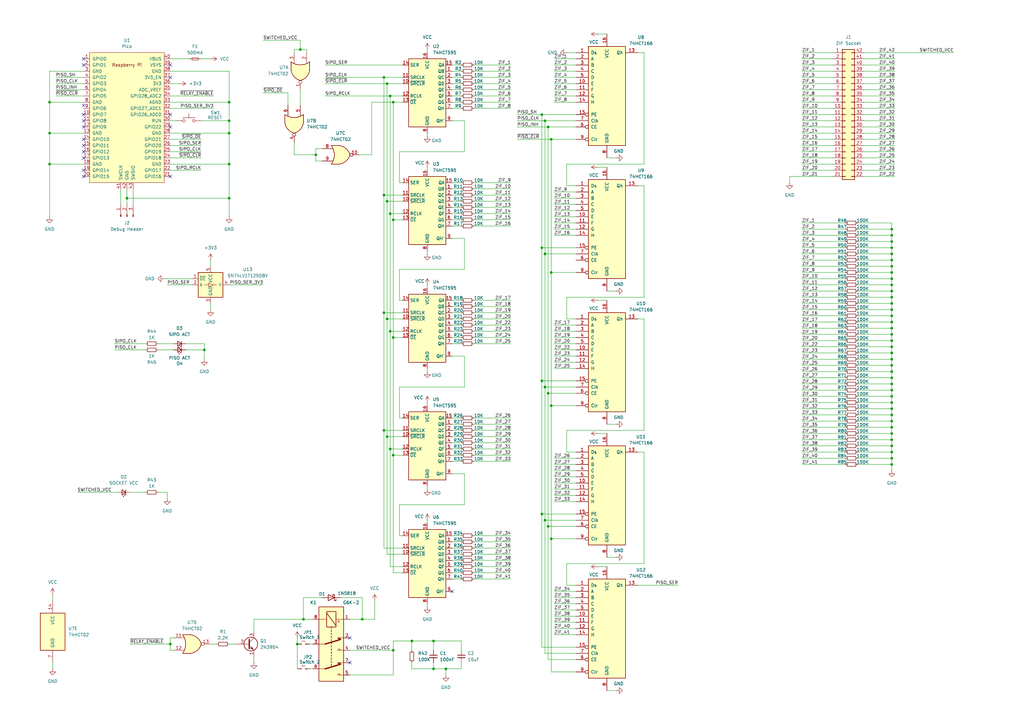
<source format=kicad_sch>
(kicad_sch (version 20231120) (generator "eeschema") (generator_version "8.0")
  (paper "A3")
  (lib_symbols
    (symbol "74xx:74HC02" (pin_names (offset 1.016))
      (property "Reference" "U" (at 0 1.27 0))
      (property "Value" "74HC02" (at 0 -1.27 0))
      (symbol "74HC02_1_1"
        (pin output inverted (at 7.62 0 180) (length 3.81) (name "~") (number "1"))
        (pin input line (at -7.62 2.54 0) (length 4.318) (name "~") (number "2"))
        (pin input line (at -7.62 -2.54 0) (length 4.318) (name "~") (number "3"))
      )
      (symbol "74HC02_1_2"
        (pin output line (at 7.62 0 180) (length 3.81) (name "~") (number "1"))
        (pin input inverted (at -7.62 2.54 0) (length 3.81) (name "~") (number "2"))
        (pin input inverted (at -7.62 -2.54 0) (length 3.81) (name "~") (number "3"))
      )
      (symbol "74HC02_2_1"
        (pin output inverted (at 7.62 0 180) (length 3.81) (name "~") (number "4"))
        (pin input line (at -7.62 2.54 0) (length 4.318) (name "~") (number "5"))
        (pin input line (at -7.62 -2.54 0) (length 4.318) (name "~") (number "6"))
      )
      (symbol "74HC02_2_2"
        (pin output line (at 7.62 0 180) (length 3.81) (name "~") (number "4"))
        (pin input inverted (at -7.62 2.54 0) (length 3.81) (name "~") (number "5"))
        (pin input inverted (at -7.62 -2.54 0) (length 3.81) (name "~") (number "6"))
      )
      (symbol "74HC02_3_1"
        (pin output inverted (at 7.62 0 180) (length 3.81) (name "~") (number "10"))
        (pin input line (at -7.62 2.54 0) (length 4.318) (name "~") (number "8"))
        (pin input line (at -7.62 -2.54 0) (length 4.318) (name "~") (number "9"))
      )
      (symbol "74HC02_3_2"
        (pin output line (at 7.62 0 180) (length 3.81) (name "~") (number "10"))
        (pin input inverted (at -7.62 2.54 0) (length 3.81) (name "~") (number "8"))
        (pin input inverted (at -7.62 -2.54 0) (length 3.81) (name "~") (number "9"))
      )
      (symbol "74HC02_4_1"
        (pin input line (at -7.62 2.54 0) (length 4.318) (name "~") (number "11"))
        (pin input line (at -7.62 -2.54 0) (length 4.318) (name "~") (number "12"))
        (pin output inverted (at 7.62 0 180) (length 3.81) (name "~") (number "13"))
      )
      (symbol "74HC02_4_2"
        (pin input inverted (at -7.62 2.54 0) (length 3.81) (name "~") (number "11"))
        (pin input inverted (at -7.62 -2.54 0) (length 3.81) (name "~") (number "12"))
        (pin output line (at 7.62 0 180) (length 3.81) (name "~") (number "13"))
      )
      (symbol "74HC02_5_0"
        (pin power_in line (at 0 12.7 270) (length 5.08) (name "VCC") (number "14"))
        (pin power_in line (at 0 -12.7 90) (length 5.08) (name "GND") (number "7"))
      )
    )
    (symbol "74xx:74HC595"
      (property "Reference" "U" (at -7.62 13.97 0))
      (property "Value" "74HC595" (at -7.62 -16.51 0))
      (symbol "74HC595_1_0"
        (pin tri_state line (at 10.16 7.62 180) (length 2.54) (name "QB") (number "1"))
        (pin input line (at -10.16 2.54 0) (length 2.54) (name "~{SRCLR}") (number "10"))
        (pin input line (at -10.16 5.08 0) (length 2.54) (name "SRCLK") (number "11"))
        (pin input line (at -10.16 -2.54 0) (length 2.54) (name "RCLK") (number "12"))
        (pin input line (at -10.16 -5.08 0) (length 2.54) (name "~{OE}") (number "13"))
        (pin input line (at -10.16 10.16 0) (length 2.54) (name "SER") (number "14"))
        (pin tri_state line (at 10.16 10.16 180) (length 2.54) (name "QA") (number "15"))
        (pin power_in line (at 0 15.24 270) (length 2.54) (name "VCC") (number "16"))
        (pin tri_state line (at 10.16 5.08 180) (length 2.54) (name "QC") (number "2"))
        (pin tri_state line (at 10.16 2.54 180) (length 2.54) (name "QD") (number "3"))
        (pin tri_state line (at 10.16 0 180) (length 2.54) (name "QE") (number "4"))
        (pin tri_state line (at 10.16 -2.54 180) (length 2.54) (name "QF") (number "5"))
        (pin tri_state line (at 10.16 -5.08 180) (length 2.54) (name "QG") (number "6"))
        (pin tri_state line (at 10.16 -7.62 180) (length 2.54) (name "QH") (number "7"))
        (pin power_in line (at 0 -17.78 90) (length 2.54) (name "GND") (number "8"))
        (pin output line (at 10.16 -12.7 180) (length 2.54) (name "QH'") (number "9"))
      )
    )
    (symbol "74xx:74LS166" (pin_names (offset 1.016))
      (property "Reference" "U" (at -7.62 21.59 0))
      (property "Value" "74LS166" (at -7.62 -21.59 0))
      (symbol "74LS166_1_0"
        (pin input line (at -12.7 17.78 0) (length 5.08) (name "Ds") (number "1"))
        (pin input line (at -12.7 5.08 0) (length 5.08) (name "E") (number "10"))
        (pin input line (at -12.7 2.54 0) (length 5.08) (name "F") (number "11"))
        (pin input line (at -12.7 0 0) (length 5.08) (name "G") (number "12"))
        (pin output line (at 12.7 17.78 180) (length 5.08) (name "Qh") (number "13"))
        (pin input line (at -12.7 -2.54 0) (length 5.08) (name "H") (number "14"))
        (pin input inverted (at -12.7 -7.62 0) (length 5.08) (name "PE") (number "15"))
        (pin power_in line (at 0 25.4 270) (length 5.08) (name "VCC") (number "16"))
        (pin input line (at -12.7 15.24 0) (length 5.08) (name "A") (number "2"))
        (pin input line (at -12.7 12.7 0) (length 5.08) (name "B") (number "3"))
        (pin input line (at -12.7 10.16 0) (length 5.08) (name "C") (number "4"))
        (pin input line (at -12.7 7.62 0) (length 5.08) (name "D") (number "5"))
        (pin input inverted (at -12.7 -12.7 0) (length 5.08) (name "CE") (number "6"))
        (pin input line (at -12.7 -10.16 0) (length 5.08) (name "Clk") (number "7"))
        (pin power_in line (at 0 -25.4 90) (length 5.08) (name "GND") (number "8"))
        (pin input inverted (at -12.7 -17.78 0) (length 5.08) (name "Clr") (number "9"))
      )
    )
    (symbol "Connector:Conn_01x03_Pin" (pin_names (offset 1.016) hide)
      (property "Reference" "J" (at 0 5.08 0))
      (property "Value" "Conn_01x03_Pin" (at 0 -5.08 0))
      (symbol "Conn_01x03_Pin_1_1"
        (pin passive line (at 5.08 2.54 180) (length 3.81) (name "Pin_1") (number "1"))
        (pin passive line (at 5.08 0 180) (length 3.81) (name "Pin_2") (number "2"))
        (pin passive line (at 5.08 -2.54 180) (length 3.81) (name "Pin_3") (number "3"))
      )
    )
    (symbol "Connector_Generic:Conn_02x21_Counter_Clockwise" (pin_names (offset 1.016) hide)
      (property "Reference" "J" (at 1.27 27.94 0))
      (property "Value" "Conn_02x21_Counter_Clockwise" (at 1.27 -27.94 0))
      (symbol "Conn_02x21_Counter_Clockwise_1_1"
        (pin passive line (at -5.08 25.4 0) (length 3.81) (name "Pin_1") (number "1"))
        (pin passive line (at -5.08 2.54 0) (length 3.81) (name "Pin_10") (number "10"))
        (pin passive line (at -5.08 0 0) (length 3.81) (name "Pin_11") (number "11"))
        (pin passive line (at -5.08 -2.54 0) (length 3.81) (name "Pin_12") (number "12"))
        (pin passive line (at -5.08 -5.08 0) (length 3.81) (name "Pin_13") (number "13"))
        (pin passive line (at -5.08 -7.62 0) (length 3.81) (name "Pin_14") (number "14"))
        (pin passive line (at -5.08 -10.16 0) (length 3.81) (name "Pin_15") (number "15"))
        (pin passive line (at -5.08 -12.7 0) (length 3.81) (name "Pin_16") (number "16"))
        (pin passive line (at -5.08 -15.24 0) (length 3.81) (name "Pin_17") (number "17"))
        (pin passive line (at -5.08 -17.78 0) (length 3.81) (name "Pin_18") (number "18"))
        (pin passive line (at -5.08 -20.32 0) (length 3.81) (name "Pin_19") (number "19"))
        (pin passive line (at -5.08 22.86 0) (length 3.81) (name "Pin_2") (number "2"))
        (pin passive line (at -5.08 -22.86 0) (length 3.81) (name "Pin_20") (number "20"))
        (pin passive line (at -5.08 -25.4 0) (length 3.81) (name "Pin_21") (number "21"))
        (pin passive line (at 7.62 -25.4 180) (length 3.81) (name "Pin_22") (number "22"))
        (pin passive line (at 7.62 -22.86 180) (length 3.81) (name "Pin_23") (number "23"))
        (pin passive line (at 7.62 -20.32 180) (length 3.81) (name "Pin_24") (number "24"))
        (pin passive line (at 7.62 -17.78 180) (length 3.81) (name "Pin_25") (number "25"))
        (pin passive line (at 7.62 -15.24 180) (length 3.81) (name "Pin_26") (number "26"))
        (pin passive line (at 7.62 -12.7 180) (length 3.81) (name "Pin_27") (number "27"))
        (pin passive line (at 7.62 -10.16 180) (length 3.81) (name "Pin_28") (number "28"))
        (pin passive line (at 7.62 -7.62 180) (length 3.81) (name "Pin_29") (number "29"))
        (pin passive line (at -5.08 20.32 0) (length 3.81) (name "Pin_3") (number "3"))
        (pin passive line (at 7.62 -5.08 180) (length 3.81) (name "Pin_30") (number "30"))
        (pin passive line (at 7.62 -2.54 180) (length 3.81) (name "Pin_31") (number "31"))
        (pin passive line (at 7.62 0 180) (length 3.81) (name "Pin_32") (number "32"))
        (pin passive line (at 7.62 2.54 180) (length 3.81) (name "Pin_33") (number "33"))
        (pin passive line (at 7.62 5.08 180) (length 3.81) (name "Pin_34") (number "34"))
        (pin passive line (at 7.62 7.62 180) (length 3.81) (name "Pin_35") (number "35"))
        (pin passive line (at 7.62 10.16 180) (length 3.81) (name "Pin_36") (number "36"))
        (pin passive line (at 7.62 12.7 180) (length 3.81) (name "Pin_37") (number "37"))
        (pin passive line (at 7.62 15.24 180) (length 3.81) (name "Pin_38") (number "38"))
        (pin passive line (at 7.62 17.78 180) (length 3.81) (name "Pin_39") (number "39"))
        (pin passive line (at -5.08 17.78 0) (length 3.81) (name "Pin_4") (number "4"))
        (pin passive line (at 7.62 20.32 180) (length 3.81) (name "Pin_40") (number "40"))
        (pin passive line (at 7.62 22.86 180) (length 3.81) (name "Pin_41") (number "41"))
        (pin passive line (at 7.62 25.4 180) (length 3.81) (name "Pin_42") (number "42"))
        (pin passive line (at -5.08 15.24 0) (length 3.81) (name "Pin_5") (number "5"))
        (pin passive line (at -5.08 12.7 0) (length 3.81) (name "Pin_6") (number "6"))
        (pin passive line (at -5.08 10.16 0) (length 3.81) (name "Pin_7") (number "7"))
        (pin passive line (at -5.08 7.62 0) (length 3.81) (name "Pin_8") (number "8"))
        (pin passive line (at -5.08 5.08 0) (length 3.81) (name "Pin_9") (number "9"))
      )
    )
    (symbol "Device:C_Small" (pin_numbers hide) (pin_names (offset 0.254) hide)
      (property "Reference" "C" (at 0.254 1.778 0))
      (property "Value" "C_Small" (at 0.254 -2.032 0))
      (symbol "C_Small_1_1"
        (pin passive line (at 0 2.54 270) (length 2.032) (name "~") (number "1"))
        (pin passive line (at 0 -2.54 90) (length 2.032) (name "~") (number "2"))
      )
    )
    (symbol "Device:Fuse_Small" (pin_numbers hide) (pin_names (offset 0.254) hide)
      (property "Reference" "F" (at 0 -1.524 0))
      (property "Value" "Fuse_Small" (at 0 1.524 0))
      (symbol "Fuse_Small_1_1"
        (pin passive line (at -2.54 0 0) (length 1.27) (name "~") (number "1"))
        (pin passive line (at 2.54 0 180) (length 1.27) (name "~") (number "2"))
      )
    )
    (symbol "Device:LED_Small" (pin_numbers hide) (pin_names (offset 0.254) hide)
      (property "Reference" "D" (at -1.27 3.175 0))
      (property "Value" "LED_Small" (at -4.445 -2.54 0))
      (symbol "LED_Small_1_1"
        (pin passive line (at -2.54 0 0) (length 1.778) (name "K") (number "1"))
        (pin passive line (at 2.54 0 180) (length 1.778) (name "A") (number "2"))
      )
    )
    (symbol "Device:R_Small" (pin_numbers hide) (pin_names (offset 0.254) hide)
      (property "Reference" "R" (at 0.762 0.508 0))
      (property "Value" "R_Small" (at 0.762 -1.016 0))
      (symbol "R_Small_1_1"
        (pin passive line (at 0 2.54 270) (length 0.762) (name "~") (number "1"))
        (pin passive line (at 0 -2.54 90) (length 0.762) (name "~") (number "2"))
      )
    )
    (symbol "Diode:1N5818" (pin_numbers hide) (pin_names (offset 1.016) hide)
      (property "Reference" "D" (at 0 2.54 0))
      (property "Value" "1N5818" (at 0 -2.54 0))
      (symbol "1N5818_1_1"
        (pin passive line (at -3.81 0 0) (length 2.54) (name "K") (number "1"))
        (pin passive line (at 3.81 0 180) (length 2.54) (name "A") (number "2"))
      )
    )
    (symbol "Jumper:Jumper_2_Small_Open" (pin_numbers hide) (pin_names (offset 0) hide) (exclude_from_sim yes)
      (property "Reference" "JP" (at 0 2.794 0))
      (property "Value" "Jumper_2_Small_Open" (at 0 -2.286 0))
      (symbol "Jumper_2_Small_Open_1_1"
        (pin passive line (at -2.54 0 0) (length 1.27) (name "A") (number "1"))
        (pin passive line (at 2.54 0 180) (length 1.27) (name "B") (number "2"))
      )
    )
    (symbol "Logic_LevelTranslator:SN74LV1T125DBV"
      (property "Reference" "U" (at 5.08 6.35 0))
      (property "Value" "SN74LV1T125DBV" (at 5.08 3.81 0))
      (symbol "SN74LV1T125DBV_1_1"
        (pin input line (at -7.62 2.54 0) (length 2.54) (name "~{OE}") (number "1"))
        (pin input line (at -7.62 0 0) (length 2.54) (name "A") (number "2"))
        (pin power_in line (at 0 -7.62 90) (length 2.54) (name "GND") (number "3"))
        (pin output line (at 7.62 0 180) (length 2.54) (name "Y") (number "4"))
        (pin power_in line (at 0 7.62 270) (length 2.54) (name "VCC") (number "5"))
      )
    )
    (symbol "MCU_RaspberryPi_and_Boards:Pico" (pin_names (offset 1.016))
      (property "Reference" "U" (at -13.97 27.94 0))
      (property "Value" "Pico" (at 0 19.05 0))
      (symbol "Pico_0_0"
        (text "Raspberry Pi" (at 0 21.59 0) (effects (font (size 1.27 1.27))))
      )
      (symbol "Pico_1_1"
        (pin bidirectional line (at -17.78 24.13 0) (length 2.54) (name "GPIO0") (number "1"))
        (pin bidirectional line (at -17.78 1.27 0) (length 2.54) (name "GPIO7") (number "10"))
        (pin bidirectional line (at -17.78 -1.27 0) (length 2.54) (name "GPIO8") (number "11"))
        (pin bidirectional line (at -17.78 -3.81 0) (length 2.54) (name "GPIO9") (number "12"))
        (pin power_in line (at -17.78 -6.35 0) (length 2.54) (name "GND") (number "13"))
        (pin bidirectional line (at -17.78 -8.89 0) (length 2.54) (name "GPIO10") (number "14"))
        (pin bidirectional line (at -17.78 -11.43 0) (length 2.54) (name "GPIO11") (number "15"))
        (pin bidirectional line (at -17.78 -13.97 0) (length 2.54) (name "GPIO12") (number "16"))
        (pin bidirectional line (at -17.78 -16.51 0) (length 2.54) (name "GPIO13") (number "17"))
        (pin power_in line (at -17.78 -19.05 0) (length 2.54) (name "GND") (number "18"))
        (pin bidirectional line (at -17.78 -21.59 0) (length 2.54) (name "GPIO14") (number "19"))
        (pin bidirectional line (at -17.78 21.59 0) (length 2.54) (name "GPIO1") (number "2"))
        (pin bidirectional line (at -17.78 -24.13 0) (length 2.54) (name "GPIO15") (number "20"))
        (pin bidirectional line (at 17.78 -24.13 180) (length 2.54) (name "GPIO16") (number "21"))
        (pin bidirectional line (at 17.78 -21.59 180) (length 2.54) (name "GPIO17") (number "22"))
        (pin power_in line (at 17.78 -19.05 180) (length 2.54) (name "GND") (number "23"))
        (pin bidirectional line (at 17.78 -16.51 180) (length 2.54) (name "GPIO18") (number "24"))
        (pin bidirectional line (at 17.78 -13.97 180) (length 2.54) (name "GPIO19") (number "25"))
        (pin bidirectional line (at 17.78 -11.43 180) (length 2.54) (name "GPIO20") (number "26"))
        (pin bidirectional line (at 17.78 -8.89 180) (length 2.54) (name "GPIO21") (number "27"))
        (pin power_in line (at 17.78 -6.35 180) (length 2.54) (name "GND") (number "28"))
        (pin bidirectional line (at 17.78 -3.81 180) (length 2.54) (name "GPIO22") (number "29"))
        (pin power_in line (at -17.78 19.05 0) (length 2.54) (name "GND") (number "3"))
        (pin input line (at 17.78 -1.27 180) (length 2.54) (name "RUN") (number "30"))
        (pin bidirectional line (at 17.78 1.27 180) (length 2.54) (name "GPIO26_ADC0") (number "31"))
        (pin bidirectional line (at 17.78 3.81 180) (length 2.54) (name "GPIO27_ADC1") (number "32"))
        (pin power_in line (at 17.78 6.35 180) (length 2.54) (name "AGND") (number "33"))
        (pin bidirectional line (at 17.78 8.89 180) (length 2.54) (name "GPIO28_ADC2") (number "34"))
        (pin unspecified line (at 17.78 11.43 180) (length 2.54) (name "ADC_VREF") (number "35"))
        (pin unspecified line (at 17.78 13.97 180) (length 2.54) (name "3V3") (number "36"))
        (pin input line (at 17.78 16.51 180) (length 2.54) (name "3V3_EN") (number "37"))
        (pin bidirectional line (at 17.78 19.05 180) (length 2.54) (name "GND") (number "38"))
        (pin unspecified line (at 17.78 21.59 180) (length 2.54) (name "VSYS") (number "39"))
        (pin bidirectional line (at -17.78 16.51 0) (length 2.54) (name "GPIO2") (number "4"))
        (pin unspecified line (at 17.78 24.13 180) (length 2.54) (name "VBUS") (number "40"))
        (pin input line (at -2.54 -29.21 90) (length 2.54) (name "SWCLK") (number "41"))
        (pin power_in line (at 0 -29.21 90) (length 2.54) (name "GND") (number "42"))
        (pin bidirectional line (at 2.54 -29.21 90) (length 2.54) (name "SWDIO") (number "43"))
        (pin bidirectional line (at -17.78 13.97 0) (length 2.54) (name "GPIO3") (number "5"))
        (pin bidirectional line (at -17.78 11.43 0) (length 2.54) (name "GPIO4") (number "6"))
        (pin bidirectional line (at -17.78 8.89 0) (length 2.54) (name "GPIO5") (number "7"))
        (pin power_in line (at -17.78 6.35 0) (length 2.54) (name "GND") (number "8"))
        (pin bidirectional line (at -17.78 3.81 0) (length 2.54) (name "GPIO6") (number "9"))
      )
    )
    (symbol "Relay:G6K-2"
      (property "Reference" "K" (at 16.51 3.81 0))
      (property "Value" "G6K-2" (at 16.51 1.27 0))
      (symbol "G6K-2_0_0"
        (text "+" (at -9.271 2.921 0) (effects (font (size 1.27 1.27))))
      )
      (symbol "G6K-2_1_1"
        (pin passive line (at -10.16 7.62 270) (length 2.54) (name "~") (number "1"))
        (pin passive line (at -2.54 7.62 270) (length 2.54) (name "~") (number "2"))
        (pin passive line (at 0 -7.62 90) (length 2.54) (name "~") (number "3"))
        (pin passive line (at 2.54 7.62 270) (length 2.54) (name "~") (number "4"))
        (pin passive line (at 12.7 7.62 270) (length 2.54) (name "~") (number "5"))
        (pin passive line (at 10.16 -7.62 90) (length 2.54) (name "~") (number "6"))
        (pin passive line (at 7.62 7.62 270) (length 2.54) (name "~") (number "7"))
        (pin passive line (at -10.16 -7.62 90) (length 2.54) (name "~") (number "8"))
      )
    )
    (symbol "Switch:SW_Push" (pin_numbers hide) (pin_names (offset 1.016) hide)
      (property "Reference" "SW" (at 1.27 2.54 0))
      (property "Value" "SW_Push" (at 0 -1.524 0))
      (symbol "SW_Push_0_1"
        (pin passive line (at -5.08 0 0) (length 2.54) (name "1") (number "1"))
        (pin passive line (at 5.08 0 180) (length 2.54) (name "2") (number "2"))
      )
    )
    (symbol "Transistor_BJT:2N3904" (pin_names (offset 0) hide)
      (property "Reference" "Q" (at 5.08 1.905 0))
      (property "Value" "2N3904" (at 5.08 0 0))
      (symbol "2N3904_1_1"
        (pin passive line (at 2.54 -5.08 90) (length 2.54) (name "E") (number "1"))
        (pin passive line (at -5.08 0 0) (length 5.715) (name "B") (number "2"))
        (pin passive line (at 2.54 5.08 270) (length 2.54) (name "C") (number "3"))
      )
    )
    (symbol "power:+3V3" (power) (pin_numbers hide) (pin_names (offset 0) hide)
      (property "Value" "+3V3" (at 0 3.556 0))
      (symbol "+3V3_1_1"
        (pin power_in line (at 0 0 90) (length 0) (name "~") (number "1"))
      )
    )
    (symbol "power:GND" (power) (pin_numbers hide) (pin_names (offset 0) hide)
      (property "Value" "GND" (at 0 -3.81 0))
      (symbol "GND_1_1"
        (pin power_in line (at 0 0 270) (length 0) (name "~") (number "1"))
      )
    )
    (symbol "power:VCC" (power) (pin_numbers hide) (pin_names (offset 0) hide)
      (property "Value" "VCC" (at 0 3.556 0))
      (symbol "VCC_1_1"
        (pin power_in line (at 0 0 90) (length 0) (name "~") (number "1"))
      )
    )
  )
  (junction (at 158.75 34.29))
  (junction (at 222.25 210.82))
  (junction (at 365.76 167.64))
  (junction (at 223.52 158.75))
  (junction (at 365.76 127))
  (junction (at 20.32 41.91))
  (junction (at 365.76 104.14))
  (junction (at 365.76 137.16))
  (junction (at 161.29 138.43))
  (junction (at 226.06 166.37))
  (junction (at 160.02 87.63))
  (junction (at 223.52 213.36))
  (junction (at 129.54 63.5))
  (junction (at 226.06 220.98))
  (junction (at 226.06 111.76))
  (junction (at 222.25 101.6))
  (junction (at 158.75 179.07))
  (junction (at 365.76 93.98))
  (junction (at 365.76 99.06))
  (junction (at 365.76 134.62))
  (junction (at 365.76 162.56))
  (junction (at 365.76 111.76))
  (junction (at 365.76 124.46))
  (junction (at 365.76 139.7))
  (junction (at 365.76 185.42))
  (junction (at 365.76 119.38))
  (junction (at 20.32 54.61))
  (junction (at 160.02 135.89))
  (junction (at 93.98 41.91))
  (junction (at 365.76 165.1))
  (junction (at 182.88 274.32))
  (junction (at 365.76 106.68))
  (junction (at 223.52 49.53))
  (junction (at 157.48 31.75))
  (junction (at 226.06 57.15))
  (junction (at 93.98 67.31))
  (junction (at 224.79 215.9))
  (junction (at 365.76 187.96))
  (junction (at 365.76 180.34))
  (junction (at 93.98 49.53))
  (junction (at 365.76 129.54))
  (junction (at 157.48 80.01))
  (junction (at 161.29 41.91))
  (junction (at 365.76 157.48))
  (junction (at 365.76 149.86))
  (junction (at 365.76 101.6))
  (junction (at 365.76 172.72))
  (junction (at 93.98 81.28))
  (junction (at 157.48 128.27))
  (junction (at 168.91 262.89))
  (junction (at 365.76 121.92))
  (junction (at 365.76 154.94))
  (junction (at 224.79 52.07))
  (junction (at 158.75 82.55))
  (junction (at 158.75 130.81))
  (junction (at 365.76 109.22))
  (junction (at 365.76 116.84))
  (junction (at 365.76 170.18))
  (junction (at 365.76 177.8))
  (junction (at 224.79 161.29))
  (junction (at 157.48 176.53))
  (junction (at 52.07 81.28))
  (junction (at 365.76 144.78))
  (junction (at 161.29 266.7))
  (junction (at 365.76 147.32))
  (junction (at 121.92 264.16))
  (junction (at 20.32 67.31))
  (junction (at 365.76 152.4))
  (junction (at 365.76 175.26))
  (junction (at 223.52 104.14))
  (junction (at 161.29 90.17))
  (junction (at 365.76 182.88))
  (junction (at 123.19 20.32))
  (junction (at 365.76 114.3))
  (junction (at 365.76 132.08))
  (junction (at 177.8 262.89))
  (junction (at 365.76 160.02))
  (junction (at 124.46 254))
  (junction (at 69.85 264.16))
  (junction (at 83.82 143.51))
  (junction (at 365.76 96.52))
  (junction (at 365.76 142.24))
  (junction (at 222.25 46.99))
  (junction (at 161.29 186.69))
  (junction (at 222.25 156.21))
  (junction (at 177.8 274.32))
  (junction (at 148.59 254))
  (junction (at 93.98 54.61))
  (junction (at 160.02 184.15))
  (junction (at 160.02 39.37))
  (junction (at 365.76 190.5))
  (no_connect (at 34.29 43.18))
  (no_connect (at 34.29 69.85))
  (no_connect (at 34.29 62.23))
  (no_connect (at 34.29 24.13))
  (no_connect (at 69.85 72.39))
  (no_connect (at 34.29 64.77))
  (no_connect (at 143.51 271.78))
  (no_connect (at 34.29 59.69))
  (no_connect (at 69.85 31.75))
  (no_connect (at 185.42 242.57))
  (no_connect (at 69.85 52.07))
  (no_connect (at 143.51 261.62))
  (no_connect (at 34.29 49.53))
  (no_connect (at 69.85 46.99))
  (no_connect (at 69.85 26.67))
  (no_connect (at 34.29 57.15))
  (no_connect (at 34.29 52.07))
  (no_connect (at 34.29 46.99))
  (no_connect (at 34.29 72.39))
  (no_connect (at 34.29 26.67))
  (wire (pts (xy 22.86 39.37) (xy 34.29 39.37)))
  (wire (pts (xy 365.76 175.26) (xy 365.76 177.8)))
  (wire (pts (xy 351.79 152.4) (xy 365.76 152.4)))
  (wire (pts (xy 351.79 121.92) (xy 365.76 121.92)))
  (wire (pts (xy 328.93 41.91) (xy 341.63 41.91)))
  (wire (pts (xy 83.82 143.51) (xy 83.82 147.32)))
  (wire (pts (xy 177.8 274.32) (xy 182.88 274.32)))
  (wire (pts (xy 185.42 80.01) (xy 189.23 80.01)))
  (wire (pts (xy 194.31 176.53) (xy 209.55 176.53)))
  (wire (pts (xy 20.32 54.61) (xy 20.32 41.91)))
  (wire (pts (xy 20.32 88.9) (xy 20.32 67.31)))
  (wire (pts (xy 245.11 13.97) (xy 248.92 13.97)))
  (wire (pts (xy 224.79 52.07) (xy 224.79 161.29)))
  (wire (pts (xy 20.32 54.61) (xy 34.29 54.61)))
  (wire (pts (xy 354.33 26.67) (xy 367.03 26.67)))
  (wire (pts (xy 354.33 69.85) (xy 367.03 69.85)))
  (wire (pts (xy 129.54 60.96) (xy 129.54 63.5)))
  (wire (pts (xy 261.62 21.59) (xy 264.16 21.59)))
  (wire (pts (xy 93.98 41.91) (xy 93.98 49.53)))
  (wire (pts (xy 264.16 176.53) (xy 232.41 176.53)))
  (wire (pts (xy 227.33 83.82) (xy 236.22 83.82)))
  (wire (pts (xy 212.09 52.07) (xy 224.79 52.07)))
  (wire (pts (xy 194.31 87.63) (xy 209.55 87.63)))
  (wire (pts (xy 227.33 198.12) (xy 236.22 198.12)))
  (wire (pts (xy 232.41 130.81) (xy 236.22 130.81)))
  (wire (pts (xy 107.95 38.1) (xy 118.11 38.1)))
  (wire (pts (xy 328.93 157.48) (xy 346.71 157.48)))
  (wire (pts (xy 124.46 254) (xy 124.46 245.11)))
  (wire (pts (xy 185.42 135.89) (xy 189.23 135.89)))
  (wire (pts (xy 194.31 31.75) (xy 209.55 31.75)))
  (wire (pts (xy 185.42 140.97) (xy 189.23 140.97)))
  (wire (pts (xy 351.79 180.34) (xy 365.76 180.34)))
  (wire (pts (xy 351.79 106.68) (xy 365.76 106.68)))
  (wire (pts (xy 82.55 49.53) (xy 93.98 49.53)))
  (wire (pts (xy 133.35 31.75) (xy 157.48 31.75)))
  (wire (pts (xy 175.26 247.65) (xy 175.26 248.92)))
  (wire (pts (xy 365.76 157.48) (xy 365.76 160.02)))
  (wire (pts (xy 351.79 124.46) (xy 365.76 124.46)))
  (wire (pts (xy 83.82 140.97) (xy 83.82 143.51)))
  (wire (pts (xy 185.42 34.29) (xy 189.23 34.29)))
  (wire (pts (xy 152.4 41.91) (xy 161.29 41.91)))
  (wire (pts (xy 354.33 29.21) (xy 367.03 29.21)))
  (wire (pts (xy 226.06 111.76) (xy 226.06 166.37)))
  (wire (pts (xy 328.93 44.45) (xy 341.63 44.45)))
  (wire (pts (xy 261.62 130.81) (xy 264.16 130.81)))
  (wire (pts (xy 227.33 41.91) (xy 236.22 41.91)))
  (wire (pts (xy 158.75 179.07) (xy 165.1 179.07)))
  (wire (pts (xy 185.42 227.33) (xy 189.23 227.33)))
  (wire (pts (xy 227.33 138.43) (xy 236.22 138.43)))
  (wire (pts (xy 264.16 231.14) (xy 232.41 231.14)))
  (wire (pts (xy 86.36 106.68) (xy 86.36 109.22)))
  (wire (pts (xy 328.93 142.24) (xy 346.71 142.24)))
  (wire (pts (xy 227.33 250.19) (xy 236.22 250.19)))
  (wire (pts (xy 351.79 127) (xy 365.76 127)))
  (wire (pts (xy 158.75 130.81) (xy 158.75 179.07)))
  (wire (pts (xy 328.93 144.78) (xy 346.71 144.78)))
  (wire (pts (xy 245.11 232.41) (xy 248.92 232.41)))
  (wire (pts (xy 185.42 36.83) (xy 189.23 36.83)))
  (wire (pts (xy 351.79 167.64) (xy 365.76 167.64)))
  (wire (pts (xy 190.5 62.23) (xy 163.83 62.23)))
  (wire (pts (xy 328.93 167.64) (xy 346.71 167.64)))
  (wire (pts (xy 168.91 271.78) (xy 168.91 274.32)))
  (wire (pts (xy 194.31 41.91) (xy 209.55 41.91)))
  (wire (pts (xy 351.79 101.6) (xy 365.76 101.6)))
  (wire (pts (xy 264.16 121.92) (xy 232.41 121.92)))
  (wire (pts (xy 365.76 190.5) (xy 365.76 193.04)))
  (wire (pts (xy 328.93 64.77) (xy 341.63 64.77)))
  (wire (pts (xy 224.79 215.9) (xy 236.22 215.9)))
  (wire (pts (xy 21.59 243.84) (xy 21.59 246.38)))
  (wire (pts (xy 120.65 58.42) (xy 120.65 63.5)))
  (wire (pts (xy 328.93 185.42) (xy 346.71 185.42)))
  (wire (pts (xy 68.58 116.84) (xy 78.74 116.84)))
  (wire (pts (xy 185.42 234.95) (xy 189.23 234.95)))
  (wire (pts (xy 354.33 46.99) (xy 367.03 46.99)))
  (wire (pts (xy 365.76 93.98) (xy 365.76 96.52)))
  (wire (pts (xy 223.52 104.14) (xy 223.52 158.75)))
  (wire (pts (xy 104.14 269.24) (xy 104.14 271.78)))
  (wire (pts (xy 20.32 67.31) (xy 20.32 54.61)))
  (wire (pts (xy 194.31 44.45) (xy 209.55 44.45)))
  (wire (pts (xy 328.93 127) (xy 346.71 127)))
  (wire (pts (xy 328.93 24.13) (xy 341.63 24.13)))
  (wire (pts (xy 160.02 87.63) (xy 160.02 135.89)))
  (wire (pts (xy 190.5 194.31) (xy 190.5 207.01)))
  (wire (pts (xy 223.52 213.36) (xy 223.52 267.97)))
  (wire (pts (xy 161.29 138.43) (xy 161.29 186.69)))
  (wire (pts (xy 328.93 52.07) (xy 341.63 52.07)))
  (wire (pts (xy 226.06 220.98) (xy 226.06 275.59)))
  (wire (pts (xy 328.93 91.44) (xy 346.71 91.44)))
  (wire (pts (xy 69.85 261.62) (xy 69.85 264.16)))
  (wire (pts (xy 222.25 101.6) (xy 222.25 156.21)))
  (wire (pts (xy 194.31 219.71) (xy 209.55 219.71)))
  (wire (pts (xy 20.32 41.91) (xy 34.29 41.91)))
  (wire (pts (xy 185.42 97.79) (xy 190.5 97.79)))
  (wire (pts (xy 351.79 157.48) (xy 365.76 157.48)))
  (wire (pts (xy 354.33 54.61) (xy 367.03 54.61)))
  (wire (pts (xy 177.8 262.89) (xy 189.23 262.89)))
  (wire (pts (xy 175.26 20.32) (xy 175.26 21.59)))
  (wire (pts (xy 48.26 201.93) (xy 31.75 201.93)))
  (wire (pts (xy 328.93 187.96) (xy 346.71 187.96)))
  (wire (pts (xy 160.02 135.89) (xy 165.1 135.89)))
  (wire (pts (xy 351.79 116.84) (xy 365.76 116.84)))
  (wire (pts (xy 127 264.16) (xy 128.27 264.16)))
  (wire (pts (xy 365.76 152.4) (xy 365.76 154.94)))
  (wire (pts (xy 158.75 130.81) (xy 165.1 130.81)))
  (wire (pts (xy 194.31 26.67) (xy 209.55 26.67)))
  (wire (pts (xy 351.79 91.44) (xy 365.76 91.44)))
  (wire (pts (xy 190.5 158.75) (xy 163.83 158.75)))
  (wire (pts (xy 351.79 142.24) (xy 365.76 142.24)))
  (wire (pts (xy 121.92 261.62) (xy 121.92 264.16)))
  (wire (pts (xy 365.76 104.14) (xy 365.76 106.68)))
  (wire (pts (xy 189.23 262.89) (xy 189.23 266.7)))
  (wire (pts (xy 67.31 114.3) (xy 78.74 114.3)))
  (wire (pts (xy 224.79 52.07) (xy 236.22 52.07)))
  (wire (pts (xy 189.23 274.32) (xy 189.23 271.78)))
  (wire (pts (xy 69.85 29.21) (xy 93.98 29.21)))
  (wire (pts (xy 354.33 39.37) (xy 367.03 39.37)))
  (wire (pts (xy 53.34 201.93) (xy 59.69 201.93)))
  (wire (pts (xy 223.52 213.36) (xy 236.22 213.36)))
  (wire (pts (xy 328.93 180.34) (xy 346.71 180.34)))
  (wire (pts (xy 222.25 210.82) (xy 222.25 265.43)))
  (wire (pts (xy 69.85 39.37) (xy 87.63 39.37)))
  (wire (pts (xy 69.85 264.16) (xy 69.85 266.7)))
  (wire (pts (xy 354.33 57.15) (xy 367.03 57.15)))
  (wire (pts (xy 148.59 245.11) (xy 148.59 254)))
  (wire (pts (xy 157.48 176.53) (xy 165.1 176.53)))
  (wire (pts (xy 354.33 36.83) (xy 367.03 36.83)))
  (wire (pts (xy 227.33 29.21) (xy 236.22 29.21)))
  (wire (pts (xy 190.5 110.49) (xy 163.83 110.49)))
  (wire (pts (xy 185.42 44.45) (xy 189.23 44.45)))
  (wire (pts (xy 194.31 181.61) (xy 209.55 181.61)))
  (wire (pts (xy 328.93 36.83) (xy 341.63 36.83)))
  (wire (pts (xy 161.29 276.86) (xy 161.29 266.7)))
  (wire (pts (xy 354.33 21.59) (xy 391.16 21.59)))
  (wire (pts (xy 365.76 121.92) (xy 365.76 124.46)))
  (wire (pts (xy 182.88 274.32) (xy 182.88 276.86)))
  (wire (pts (xy 328.93 31.75) (xy 341.63 31.75)))
  (wire (pts (xy 232.41 240.03) (xy 236.22 240.03)))
  (wire (pts (xy 148.59 254) (xy 153.67 254)))
  (wire (pts (xy 21.59 271.78) (xy 21.59 274.32)))
  (wire (pts (xy 160.02 39.37) (xy 165.1 39.37)))
  (wire (pts (xy 227.33 200.66) (xy 236.22 200.66)))
  (wire (pts (xy 157.48 31.75) (xy 157.48 80.01)))
  (wire (pts (xy 194.31 186.69) (xy 209.55 186.69)))
  (wire (pts (xy 161.29 266.7) (xy 161.29 262.89)))
  (wire (pts (xy 93.98 116.84) (xy 107.95 116.84)))
  (wire (pts (xy 194.31 232.41) (xy 209.55 232.41)))
  (wire (pts (xy 185.42 146.05) (xy 190.5 146.05)))
  (wire (pts (xy 212.09 49.53) (xy 223.52 49.53)))
  (wire (pts (xy 64.77 140.97) (xy 71.12 140.97)))
  (wire (pts (xy 158.75 82.55) (xy 158.75 130.81)))
  (wire (pts (xy 245.11 177.8) (xy 248.92 177.8)))
  (wire (pts (xy 125.73 20.32) (xy 125.73 21.59)))
  (wire (pts (xy 354.33 44.45) (xy 367.03 44.45)))
  (wire (pts (xy 161.29 41.91) (xy 161.29 90.17)))
  (wire (pts (xy 127 274.32) (xy 128.27 274.32)))
  (wire (pts (xy 185.42 41.91) (xy 189.23 41.91)))
  (wire (pts (xy 351.79 182.88) (xy 365.76 182.88)))
  (wire (pts (xy 152.4 41.91) (xy 152.4 63.5)))
  (wire (pts (xy 328.93 182.88) (xy 346.71 182.88)))
  (wire (pts (xy 248.92 64.77) (xy 252.73 64.77)))
  (wire (pts (xy 160.02 184.15) (xy 160.02 232.41)))
  (wire (pts (xy 69.85 34.29) (xy 73.66 34.29)))
  (wire (pts (xy 175.26 199.39) (xy 175.26 200.66)))
  (wire (pts (xy 69.85 57.15) (xy 82.55 57.15)))
  (wire (pts (xy 49.53 77.47) (xy 49.53 83.82)))
  (wire (pts (xy 161.29 90.17) (xy 161.29 138.43)))
  (wire (pts (xy 351.79 144.78) (xy 365.76 144.78)))
  (wire (pts (xy 185.42 181.61) (xy 189.23 181.61)))
  (wire (pts (xy 185.42 77.47) (xy 189.23 77.47)))
  (wire (pts (xy 185.42 74.93) (xy 189.23 74.93)))
  (wire (pts (xy 129.54 63.5) (xy 129.54 66.04)))
  (wire (pts (xy 46.99 140.97) (xy 59.69 140.97)))
  (wire (pts (xy 194.31 85.09) (xy 209.55 85.09)))
  (wire (pts (xy 365.76 139.7) (xy 365.76 142.24)))
  (wire (pts (xy 123.19 20.32) (xy 125.73 20.32)))
  (wire (pts (xy 351.79 132.08) (xy 365.76 132.08)))
  (wire (pts (xy 20.32 41.91) (xy 20.32 29.21)))
  (wire (pts (xy 328.93 49.53) (xy 341.63 49.53)))
  (wire (pts (xy 52.07 81.28) (xy 52.07 83.82)))
  (wire (pts (xy 365.76 170.18) (xy 365.76 172.72)))
  (wire (pts (xy 351.79 170.18) (xy 365.76 170.18)))
  (wire (pts (xy 185.42 123.19) (xy 189.23 123.19)))
  (wire (pts (xy 222.25 46.99) (xy 236.22 46.99)))
  (wire (pts (xy 365.76 154.94) (xy 365.76 157.48)))
  (wire (pts (xy 194.31 123.19) (xy 209.55 123.19)))
  (wire (pts (xy 212.09 57.15) (xy 226.06 57.15)))
  (wire (pts (xy 124.46 245.11) (xy 132.08 245.11)))
  (wire (pts (xy 163.83 207.01) (xy 163.83 219.71)))
  (wire (pts (xy 351.79 147.32) (xy 365.76 147.32)))
  (wire (pts (xy 365.76 119.38) (xy 365.76 121.92)))
  (wire (pts (xy 365.76 180.34) (xy 365.76 182.88)))
  (wire (pts (xy 123.19 16.51) (xy 123.19 20.32)))
  (wire (pts (xy 365.76 99.06) (xy 365.76 101.6)))
  (wire (pts (xy 194.31 133.35) (xy 209.55 133.35)))
  (wire (pts (xy 248.92 228.6) (xy 252.73 228.6)))
  (wire (pts (xy 69.85 266.7) (xy 71.12 266.7)))
  (wire (pts (xy 161.29 262.89) (xy 168.91 262.89)))
  (wire (pts (xy 161.29 186.69) (xy 161.29 234.95)))
  (wire (pts (xy 224.79 161.29) (xy 224.79 215.9)))
  (wire (pts (xy 328.93 57.15) (xy 341.63 57.15)))
  (wire (pts (xy 328.93 154.94) (xy 346.71 154.94)))
  (wire (pts (xy 160.02 232.41) (xy 165.1 232.41)))
  (wire (pts (xy 185.42 133.35) (xy 189.23 133.35)))
  (wire (pts (xy 223.52 49.53) (xy 236.22 49.53)))
  (wire (pts (xy 194.31 173.99) (xy 209.55 173.99)))
  (wire (pts (xy 226.06 57.15) (xy 226.06 111.76)))
  (wire (pts (xy 354.33 52.07) (xy 367.03 52.07)))
  (wire (pts (xy 175.26 213.36) (xy 175.26 214.63)))
  (wire (pts (xy 194.31 90.17) (xy 209.55 90.17)))
  (wire (pts (xy 185.42 138.43) (xy 189.23 138.43)))
  (wire (pts (xy 351.79 96.52) (xy 365.76 96.52)))
  (wire (pts (xy 351.79 114.3) (xy 365.76 114.3)))
  (wire (pts (xy 185.42 171.45) (xy 189.23 171.45)))
  (wire (pts (xy 175.26 165.1) (xy 175.26 166.37)))
  (wire (pts (xy 157.48 128.27) (xy 165.1 128.27)))
  (wire (pts (xy 323.85 72.39) (xy 323.85 74.93)))
  (wire (pts (xy 194.31 171.45) (xy 209.55 171.45)))
  (wire (pts (xy 194.31 234.95) (xy 209.55 234.95)))
  (wire (pts (xy 227.33 203.2) (xy 236.22 203.2)))
  (wire (pts (xy 328.93 147.32) (xy 346.71 147.32)))
  (wire (pts (xy 227.33 24.13) (xy 236.22 24.13)))
  (wire (pts (xy 177.8 271.78) (xy 177.8 274.32)))
  (wire (pts (xy 190.5 49.53) (xy 190.5 62.23)))
  (wire (pts (xy 328.93 111.76) (xy 346.71 111.76)))
  (wire (pts (xy 365.76 165.1) (xy 365.76 167.64)))
  (wire (pts (xy 264.16 76.2) (xy 264.16 121.92)))
  (wire (pts (xy 52.07 77.47) (xy 52.07 81.28)))
  (wire (pts (xy 212.09 46.99) (xy 222.25 46.99)))
  (wire (pts (xy 132.08 60.96) (xy 129.54 60.96)))
  (wire (pts (xy 161.29 138.43) (xy 165.1 138.43)))
  (wire (pts (xy 194.31 222.25) (xy 209.55 222.25)))
  (wire (pts (xy 93.98 264.16) (xy 96.52 264.16)))
  (wire (pts (xy 248.92 119.38) (xy 252.73 119.38)))
  (wire (pts (xy 118.11 43.18) (xy 118.11 38.1)))
  (wire (pts (xy 227.33 34.29) (xy 236.22 34.29)))
  (wire (pts (xy 354.33 31.75) (xy 367.03 31.75)))
  (wire (pts (xy 248.92 283.21) (xy 252.73 283.21)))
  (wire (pts (xy 222.25 101.6) (xy 236.22 101.6)))
  (wire (pts (xy 69.85 64.77) (xy 82.55 64.77)))
  (wire (pts (xy 232.41 67.31) (xy 232.41 76.2)))
  (wire (pts (xy 158.75 82.55) (xy 165.1 82.55)))
  (wire (pts (xy 163.83 219.71) (xy 165.1 219.71)))
  (wire (pts (xy 182.88 274.32) (xy 189.23 274.32)))
  (wire (pts (xy 328.93 121.92) (xy 346.71 121.92)))
  (wire (pts (xy 194.31 34.29) (xy 209.55 34.29)))
  (wire (pts (xy 161.29 90.17) (xy 165.1 90.17)))
  (wire (pts (xy 351.79 139.7) (xy 365.76 139.7)))
  (wire (pts (xy 22.86 31.75) (xy 34.29 31.75)))
  (wire (pts (xy 185.42 128.27) (xy 189.23 128.27)))
  (wire (pts (xy 133.35 34.29) (xy 158.75 34.29)))
  (wire (pts (xy 365.76 114.3) (xy 365.76 116.84)))
  (wire (pts (xy 351.79 172.72) (xy 365.76 172.72)))
  (wire (pts (xy 354.33 34.29) (xy 367.03 34.29)))
  (wire (pts (xy 227.33 190.5) (xy 236.22 190.5)))
  (wire (pts (xy 227.33 26.67) (xy 236.22 26.67)))
  (wire (pts (xy 232.41 121.92) (xy 232.41 130.81)))
  (wire (pts (xy 185.42 229.87) (xy 189.23 229.87)))
  (wire (pts (xy 365.76 111.76) (xy 365.76 114.3)))
  (wire (pts (xy 323.85 72.39) (xy 341.63 72.39)))
  (wire (pts (xy 226.06 220.98) (xy 236.22 220.98)))
  (wire (pts (xy 365.76 132.08) (xy 365.76 134.62)))
  (wire (pts (xy 93.98 29.21) (xy 93.98 41.91)))
  (wire (pts (xy 82.55 24.13) (xy 86.36 24.13)))
  (wire (pts (xy 120.65 63.5) (xy 129.54 63.5)))
  (wire (pts (xy 54.61 77.47) (xy 54.61 83.82)))
  (wire (pts (xy 351.79 175.26) (xy 365.76 175.26)))
  (wire (pts (xy 168.91 274.32) (xy 177.8 274.32)))
  (wire (pts (xy 185.42 130.81) (xy 189.23 130.81)))
  (wire (pts (xy 194.31 135.89) (xy 209.55 135.89)))
  (wire (pts (xy 227.33 255.27) (xy 236.22 255.27)))
  (wire (pts (xy 22.86 36.83) (xy 34.29 36.83)))
  (wire (pts (xy 52.07 81.28) (xy 93.98 81.28)))
  (wire (pts (xy 158.75 179.07) (xy 158.75 227.33)))
  (wire (pts (xy 69.85 69.85) (xy 82.55 69.85)))
  (wire (pts (xy 232.41 185.42) (xy 236.22 185.42)))
  (wire (pts (xy 354.33 49.53) (xy 367.03 49.53)))
  (wire (pts (xy 175.26 151.13) (xy 175.26 152.4)))
  (wire (pts (xy 365.76 177.8) (xy 365.76 180.34)))
  (wire (pts (xy 185.42 179.07) (xy 189.23 179.07)))
  (wire (pts (xy 194.31 128.27) (xy 209.55 128.27)))
  (wire (pts (xy 148.59 254) (xy 143.51 254)))
  (wire (pts (xy 264.16 130.81) (xy 264.16 176.53)))
  (wire (pts (xy 64.77 143.51) (xy 71.12 143.51)))
  (wire (pts (xy 223.52 104.14) (xy 236.22 104.14)))
  (wire (pts (xy 328.93 175.26) (xy 346.71 175.26)))
  (wire (pts (xy 143.51 266.7) (xy 161.29 266.7)))
  (wire (pts (xy 328.93 116.84) (xy 346.71 116.84)))
  (wire (pts (xy 124.46 254) (xy 128.27 254)))
  (wire (pts (xy 354.33 64.77) (xy 367.03 64.77)))
  (wire (pts (xy 185.42 224.79) (xy 189.23 224.79)))
  (wire (pts (xy 328.93 137.16) (xy 346.71 137.16)))
  (wire (pts (xy 222.25 156.21) (xy 236.22 156.21)))
  (wire (pts (xy 157.48 224.79) (xy 165.1 224.79)))
  (wire (pts (xy 245.11 68.58) (xy 248.92 68.58)))
  (wire (pts (xy 185.42 189.23) (xy 189.23 189.23)))
  (wire (pts (xy 157.48 80.01) (xy 157.48 128.27)))
  (wire (pts (xy 107.95 16.51) (xy 123.19 16.51)))
  (wire (pts (xy 69.85 49.53) (xy 72.39 49.53)))
  (wire (pts (xy 194.31 36.83) (xy 209.55 36.83)))
  (wire (pts (xy 351.79 165.1) (xy 365.76 165.1)))
  (wire (pts (xy 185.42 26.67) (xy 189.23 26.67)))
  (wire (pts (xy 185.42 176.53) (xy 189.23 176.53)))
  (wire (pts (xy 69.85 24.13) (xy 77.47 24.13)))
  (wire (pts (xy 227.33 88.9) (xy 236.22 88.9)))
  (wire (pts (xy 261.62 240.03) (xy 278.13 240.03)))
  (wire (pts (xy 185.42 173.99) (xy 189.23 173.99)))
  (wire (pts (xy 227.33 143.51) (xy 236.22 143.51)))
  (wire (pts (xy 158.75 34.29) (xy 165.1 34.29)))
  (wire (pts (xy 351.79 154.94) (xy 365.76 154.94)))
  (wire (pts (xy 351.79 134.62) (xy 365.76 134.62)))
  (wire (pts (xy 328.93 162.56) (xy 346.71 162.56)))
  (wire (pts (xy 227.33 39.37) (xy 236.22 39.37)))
  (wire (pts (xy 223.52 49.53) (xy 223.52 104.14)))
  (wire (pts (xy 69.85 41.91) (xy 93.98 41.91)))
  (wire (pts (xy 328.93 101.6) (xy 346.71 101.6)))
  (wire (pts (xy 223.52 158.75) (xy 223.52 213.36)))
  (wire (pts (xy 328.93 104.14) (xy 346.71 104.14)))
  (wire (pts (xy 224.79 161.29) (xy 236.22 161.29)))
  (wire (pts (xy 328.93 26.67) (xy 341.63 26.67)))
  (wire (pts (xy 365.76 134.62) (xy 365.76 137.16)))
  (wire (pts (xy 227.33 135.89) (xy 236.22 135.89)))
  (wire (pts (xy 163.83 171.45) (xy 165.1 171.45)))
  (wire (pts (xy 123.19 36.83) (xy 123.19 43.18)))
  (wire (pts (xy 120.65 21.59) (xy 120.65 20.32)))
  (wire (pts (xy 227.33 187.96) (xy 236.22 187.96)))
  (wire (pts (xy 157.48 128.27) (xy 157.48 176.53)))
  (wire (pts (xy 143.51 276.86) (xy 161.29 276.86)))
  (wire (pts (xy 227.33 86.36) (xy 236.22 86.36)))
  (wire (pts (xy 194.31 130.81) (xy 209.55 130.81)))
  (wire (pts (xy 185.42 184.15) (xy 189.23 184.15)))
  (wire (pts (xy 227.33 257.81) (xy 236.22 257.81)))
  (wire (pts (xy 120.65 20.32) (xy 123.19 20.32)))
  (wire (pts (xy 232.41 231.14) (xy 232.41 240.03)))
  (wire (pts (xy 158.75 227.33) (xy 165.1 227.33)))
  (wire (pts (xy 194.31 140.97) (xy 209.55 140.97)))
  (wire (pts (xy 224.79 270.51) (xy 236.22 270.51)))
  (wire (pts (xy 328.93 109.22) (xy 346.71 109.22)))
  (wire (pts (xy 365.76 162.56) (xy 365.76 165.1)))
  (wire (pts (xy 365.76 137.16) (xy 365.76 139.7)))
  (wire (pts (xy 365.76 142.24) (xy 365.76 144.78)))
  (wire (pts (xy 185.42 232.41) (xy 189.23 232.41)))
  (wire (pts (xy 194.31 184.15) (xy 209.55 184.15)))
  (wire (pts (xy 175.26 54.61) (xy 175.26 55.88)))
  (wire (pts (xy 139.7 245.11) (xy 148.59 245.11)))
  (wire (pts (xy 328.93 62.23) (xy 341.63 62.23)))
  (wire (pts (xy 365.76 106.68) (xy 365.76 109.22)))
  (wire (pts (xy 351.79 111.76) (xy 365.76 111.76)))
  (wire (pts (xy 224.79 215.9) (xy 224.79 270.51)))
  (wire (pts (xy 328.93 93.98) (xy 346.71 93.98)))
  (wire (pts (xy 227.33 151.13) (xy 236.22 151.13)))
  (wire (pts (xy 328.93 114.3) (xy 346.71 114.3)))
  (wire (pts (xy 328.93 106.68) (xy 346.71 106.68)))
  (wire (pts (xy 175.26 116.84) (xy 175.26 118.11)))
  (wire (pts (xy 365.76 185.42) (xy 365.76 187.96)))
  (wire (pts (xy 175.26 68.58) (xy 175.26 69.85)))
  (wire (pts (xy 354.33 59.69) (xy 367.03 59.69)))
  (wire (pts (xy 351.79 177.8) (xy 365.76 177.8)))
  (wire (pts (xy 185.42 39.37) (xy 189.23 39.37)))
  (wire (pts (xy 328.93 152.4) (xy 346.71 152.4)))
  (wire (pts (xy 163.83 74.93) (xy 165.1 74.93)))
  (wire (pts (xy 64.77 201.93) (xy 68.58 201.93)))
  (wire (pts (xy 365.76 167.64) (xy 365.76 170.18)))
  (wire (pts (xy 328.93 39.37) (xy 341.63 39.37)))
  (wire (pts (xy 226.06 57.15) (xy 236.22 57.15)))
  (wire (pts (xy 185.42 31.75) (xy 189.23 31.75)))
  (wire (pts (xy 185.42 186.69) (xy 189.23 186.69)))
  (wire (pts (xy 161.29 186.69) (xy 165.1 186.69)))
  (wire (pts (xy 354.33 24.13) (xy 367.03 24.13)))
  (wire (pts (xy 328.93 34.29) (xy 341.63 34.29)))
  (wire (pts (xy 328.93 69.85) (xy 341.63 69.85)))
  (wire (pts (xy 194.31 77.47) (xy 209.55 77.47)))
  (wire (pts (xy 245.11 123.19) (xy 248.92 123.19)))
  (wire (pts (xy 354.33 67.31) (xy 367.03 67.31)))
  (wire (pts (xy 328.93 99.06) (xy 346.71 99.06)))
  (wire (pts (xy 69.85 62.23) (xy 82.55 62.23)))
  (wire (pts (xy 185.42 92.71) (xy 189.23 92.71)))
  (wire (pts (xy 227.33 91.44) (xy 236.22 91.44)))
  (wire (pts (xy 160.02 184.15) (xy 165.1 184.15)))
  (wire (pts (xy 133.35 26.67) (xy 165.1 26.67)))
  (wire (pts (xy 86.36 264.16) (xy 88.9 264.16)))
  (wire (pts (xy 226.06 275.59) (xy 236.22 275.59)))
  (wire (pts (xy 365.76 172.72) (xy 365.76 175.26)))
  (wire (pts (xy 175.26 102.87) (xy 175.26 104.14)))
  (wire (pts (xy 227.33 193.04) (xy 236.22 193.04)))
  (wire (pts (xy 328.93 165.1) (xy 346.71 165.1)))
  (wire (pts (xy 227.33 31.75) (xy 236.22 31.75)))
  (wire (pts (xy 68.58 201.93) (xy 68.58 204.47)))
  (wire (pts (xy 351.79 119.38) (xy 365.76 119.38)))
  (wire (pts (xy 190.5 97.79) (xy 190.5 110.49)))
  (wire (pts (xy 104.14 254) (xy 124.46 254)))
  (wire (pts (xy 69.85 261.62) (xy 71.12 261.62)))
  (wire (pts (xy 328.93 59.69) (xy 341.63 59.69)))
  (wire (pts (xy 351.79 149.86) (xy 365.76 149.86)))
  (wire (pts (xy 222.25 46.99) (xy 222.25 101.6)))
  (wire (pts (xy 157.48 31.75) (xy 165.1 31.75)))
  (wire (pts (xy 223.52 158.75) (xy 236.22 158.75)))
  (wire (pts (xy 20.32 67.31) (xy 34.29 67.31)))
  (wire (pts (xy 69.85 67.31) (xy 93.98 67.31)))
  (wire (pts (xy 185.42 237.49) (xy 189.23 237.49)))
  (wire (pts (xy 227.33 245.11) (xy 236.22 245.11)))
  (wire (pts (xy 261.62 185.42) (xy 264.16 185.42)))
  (wire (pts (xy 227.33 36.83) (xy 236.22 36.83)))
  (wire (pts (xy 190.5 207.01) (xy 163.83 207.01)))
  (wire (pts (xy 69.85 54.61) (xy 93.98 54.61)))
  (wire (pts (xy 354.33 41.91) (xy 367.03 41.91)))
  (wire (pts (xy 351.79 129.54) (xy 365.76 129.54)))
  (wire (pts (xy 160.02 87.63) (xy 165.1 87.63)))
  (wire (pts (xy 328.93 134.62) (xy 346.71 134.62)))
  (wire (pts (xy 351.79 93.98) (xy 365.76 93.98)))
  (wire (pts (xy 76.2 143.51) (xy 83.82 143.51)))
  (wire (pts (xy 161.29 41.91) (xy 165.1 41.91)))
  (wire (pts (xy 227.33 146.05) (xy 236.22 146.05)))
  (wire (pts (xy 351.79 137.16) (xy 365.76 137.16)))
  (wire (pts (xy 160.02 135.89) (xy 160.02 184.15)))
  (wire (pts (xy 161.29 234.95) (xy 165.1 234.95)))
  (wire (pts (xy 160.02 39.37) (xy 160.02 87.63)))
  (wire (pts (xy 104.14 259.08) (xy 104.14 254)))
  (wire (pts (xy 222.25 265.43) (xy 236.22 265.43)))
  (wire (pts (xy 194.31 189.23) (xy 209.55 189.23)))
  (wire (pts (xy 365.76 127) (xy 365.76 129.54)))
  (wire (pts (xy 227.33 195.58) (xy 236.22 195.58)))
  (wire (pts (xy 351.79 104.14) (xy 365.76 104.14)))
  (wire (pts (xy 328.93 190.5) (xy 346.71 190.5)))
  (wire (pts (xy 157.48 80.01) (xy 165.1 80.01)))
  (wire (pts (xy 328.93 149.86) (xy 346.71 149.86)))
  (wire (pts (xy 223.52 267.97) (xy 236.22 267.97)))
  (wire (pts (xy 185.42 49.53) (xy 190.5 49.53)))
  (wire (pts (xy 365.76 182.88) (xy 365.76 185.42)))
  (wire (pts (xy 163.83 123.19) (xy 165.1 123.19)))
  (wire (pts (xy 93.98 67.31) (xy 93.98 81.28)))
  (wire (pts (xy 365.76 109.22) (xy 365.76 111.76)))
  (wire (pts (xy 185.42 82.55) (xy 189.23 82.55)))
  (wire (pts (xy 194.31 237.49) (xy 209.55 237.49)))
  (wire (pts (xy 194.31 39.37) (xy 209.55 39.37)))
  (wire (pts (xy 194.31 80.01) (xy 209.55 80.01)))
  (wire (pts (xy 190.5 146.05) (xy 190.5 158.75)))
  (wire (pts (xy 351.79 185.42) (xy 365.76 185.42)))
  (wire (pts (xy 227.33 260.35) (xy 236.22 260.35)))
  (wire (pts (xy 248.92 173.99) (xy 252.73 173.99)))
  (wire (pts (xy 53.34 264.16) (xy 69.85 264.16)))
  (wire (pts (xy 351.79 99.06) (xy 365.76 99.06)))
  (wire (pts (xy 227.33 81.28) (xy 236.22 81.28)))
  (wire (pts (xy 365.76 187.96) (xy 365.76 190.5)))
  (wire (pts (xy 328.93 21.59) (xy 341.63 21.59)))
  (wire (pts (xy 365.76 116.84) (xy 365.76 119.38)))
  (wire (pts (xy 328.93 67.31) (xy 341.63 67.31)))
  (wire (pts (xy 232.41 21.59) (xy 236.22 21.59)))
  (wire (pts (xy 227.33 242.57) (xy 236.22 242.57)))
  (wire (pts (xy 227.33 133.35) (xy 236.22 133.35)))
  (wire (pts (xy 185.42 194.31) (xy 190.5 194.31)))
  (wire (pts (xy 133.35 39.37) (xy 160.02 39.37)))
  (wire (pts (xy 227.33 205.74) (xy 236.22 205.74)))
  (wire (pts (xy 365.76 124.46) (xy 365.76 127)))
  (wire (pts (xy 163.83 62.23) (xy 163.83 74.93)))
  (wire (pts (xy 354.33 72.39) (xy 367.03 72.39)))
  (wire (pts (xy 365.76 129.54) (xy 365.76 132.08)))
  (wire (pts (xy 328.93 124.46) (xy 346.71 124.46)))
  (wire (pts (xy 351.79 162.56) (xy 365.76 162.56)))
  (wire (pts (xy 168.91 262.89) (xy 177.8 262.89)))
  (wire (pts (xy 227.33 252.73) (xy 236.22 252.73)))
  (wire (pts (xy 22.86 34.29) (xy 34.29 34.29)))
  (wire (pts (xy 227.33 78.74) (xy 236.22 78.74)))
  (wire (pts (xy 232.41 76.2) (xy 236.22 76.2)))
  (wire (pts (xy 351.79 187.96) (xy 365.76 187.96)))
  (wire (pts (xy 194.31 229.87) (xy 209.55 229.87)))
  (wire (pts (xy 328.93 119.38) (xy 346.71 119.38)))
  (wire (pts (xy 264.16 185.42) (xy 264.16 231.14)))
  (wire (pts (xy 328.93 139.7) (xy 346.71 139.7)))
  (wire (pts (xy 194.31 74.93) (xy 209.55 74.93)))
  (wire (pts (xy 365.76 144.78) (xy 365.76 147.32)))
  (wire (pts (xy 93.98 81.28) (xy 93.98 88.9)))
  (wire (pts (xy 328.93 172.72) (xy 346.71 172.72)))
  (wire (pts (xy 158.75 34.29) (xy 158.75 82.55)))
  (wire (pts (xy 328.93 54.61) (xy 341.63 54.61)))
  (wire (pts (xy 194.31 224.79) (xy 209.55 224.79)))
  (wire (pts (xy 351.79 190.5) (xy 365.76 190.5)))
  (wire (pts (xy 194.31 82.55) (xy 209.55 82.55)))
  (wire (pts (xy 153.67 254) (xy 153.67 246.38)))
  (wire (pts (xy 152.4 63.5) (xy 147.32 63.5)))
  (wire (pts (xy 365.76 101.6) (xy 365.76 104.14)))
  (wire (pts (xy 185.42 125.73) (xy 189.23 125.73)))
  (wire (pts (xy 227.33 140.97) (xy 236.22 140.97)))
  (wire (pts (xy 194.31 138.43) (xy 209.55 138.43)))
  (wire (pts (xy 185.42 87.63) (xy 189.23 87.63)))
  (wire (pts (xy 365.76 147.32) (xy 365.76 149.86)))
  (wire (pts (xy 328.93 46.99) (xy 341.63 46.99)))
  (wire (pts (xy 264.16 67.31) (xy 232.41 67.31)))
  (wire (pts (xy 93.98 49.53) (xy 93.98 54.61)))
  (wire (pts (xy 194.31 227.33) (xy 209.55 227.33)))
  (wire (pts (xy 232.41 176.53) (xy 232.41 185.42)))
  (wire (pts (xy 226.06 166.37) (xy 236.22 166.37)))
  (wire (pts (xy 261.62 76.2) (xy 264.16 76.2)))
  (wire (pts (xy 227.33 93.98) (xy 236.22 93.98)))
  (wire (pts (xy 328.93 160.02) (xy 346.71 160.02)))
  (wire (pts (xy 222.25 210.82) (xy 236.22 210.82)))
  (wire (pts (xy 328.93 170.18) (xy 346.71 170.18)))
  (wire (pts (xy 76.2 140.97) (xy 83.82 140.97)))
  (wire (pts (xy 227.33 96.52) (xy 236.22 96.52)))
  (wire (pts (xy 328.93 29.21) (xy 341.63 29.21)))
  (wire (pts (xy 129.54 66.04) (xy 132.08 66.04)))
  (wire (pts (xy 177.8 262.89) (xy 177.8 266.7)))
  (wire (pts (xy 351.79 109.22) (xy 365.76 109.22)))
  (wire (pts (xy 93.98 54.61) (xy 93.98 67.31)))
  (wire (pts (xy 69.85 44.45) (xy 87.63 44.45)))
  (wire (pts (xy 163.83 158.75) (xy 163.83 171.45)))
  (wire (pts (xy 86.36 124.46) (xy 86.36 127)))
  (wire (pts (xy 328.93 177.8) (xy 346.71 177.8)))
  (wire (pts (xy 168.91 262.89) (xy 168.91 266.7)))
  (wire (pts (xy 227.33 148.59) (xy 236.22 148.59)))
  (wire (pts (xy 185.42 90.17) (xy 189.23 90.17)))
  (wire (pts (xy 365.76 160.02) (xy 365.76 162.56)))
  (wire (pts (xy 226.06 111.76) (xy 236.22 111.76)))
  (wire (pts (xy 264.16 21.59) (xy 264.16 67.31)))
  (wire (pts (xy 227.33 247.65) (xy 236.22 247.65)))
  (wire (pts (xy 328.93 96.52) (xy 346.71 96.52)))
  (wire (pts (xy 69.85 59.69) (xy 82.55 59.69)))
  (wire (pts (xy 222.25 156.21) (xy 222.25 210.82)))
  (wire (pts (xy 194.31 125.73) (xy 209.55 125.73)))
  (wire (pts (xy 365.76 96.52) (xy 365.76 99.06)))
  (wire (pts (xy 328.93 132.08) (xy 346.71 132.08)))
  (wire (pts (xy 226.06 166.37) (xy 226.06 220.98)))
  (wire (pts (xy 328.93 129.54) (xy 346.71 129.54)))
  (wire (pts (xy 354.33 62.23) (xy 367.03 62.23)))
  (wire (pts (xy 365.76 149.86) (xy 365.76 152.4)))
  (wire (pts (xy 121.92 264.16) (xy 121.92 274.32)))
  (wire (pts (xy 20.32 29.21) (xy 34.29 29.21)))
  (wire (pts (xy 46.99 143.51) (xy 59.69 143.51)))
  (wire (pts (xy 194.31 179.07) (xy 209.55 179.07)))
  (wire (pts (xy 157.48 176.53) (xy 157.48 224.79)))
  (wire (pts (xy 185.42 85.09) (xy 189.23 85.09)))
  (wire (pts (xy 194.31 92.71) (xy 209.55 92.71)))
  (wire (pts (xy 185.42 219.71) (xy 189.23 219.71)))
  (wire (pts (xy 185.42 29.21) (xy 189.23 29.21)))
  (wire (pts (xy 365.76 91.44) (xy 365.76 93.98)))
  (wire (pts (xy 194.31 29.21) (xy 209.55 29.21)))
  (wire (pts (xy 185.42 222.25) (xy 189.23 222.25)))
  (wire (pts (xy 163.83 110.49) (xy 163.83 123.19)))
  (wire (pts (xy 351.79 160.02) (xy 365.76 160.02)))
  (label "ZIF_26" (at 367.03 62.23 180))
  (label "ZIF_5" (at 209.55 36.83 180))
  (label "ZIF_1" (at 328.93 21.59 0))
  (label "ZIF_18" (at 328.93 64.77 0))
  (label "ZIF_28" (at 209.55 176.53 180))
  (label "ZIF_30" (at 328.93 162.56 0))
  (label "ZIF_17" (at 227.33 133.35 0))
  (label "ZIF_23" (at 209.55 135.89 180))
  (label "ZIF_38" (at 227.33 252.73 0))
  (label "ZIF_18" (at 209.55 125.73 180))
  (label "SIPO_RCLK" (at 133.35 39.37 0))
  (label "ZIF_19" (at 209.55 128.27 180))
  (label "ZIF_12" (at 227.33 86.36 0))
  (label "ZIF_19" (at 328.93 67.31 0))
  (label "SWITCHED_VCC" (at 31.75 201.93 0))
  (label "ZIF_29" (at 209.55 179.07 180))
  (label "PISO_SER" (at 278.13 240.03 180))
  (label "ZIF_27" (at 209.55 173.99 180))
  (label "~{PISO_CLR}" (at 212.09 57.15 0))
  (label "ZIF_18" (at 227.33 135.89 0))
  (label "ZIF_40" (at 227.33 257.81 0))
  (label "~{PISO_CLR}" (at 22.86 39.37 0))
  (label "ZIF_33" (at 227.33 205.74 0))
  (label "ZIF_29" (at 328.93 160.02 0))
  (label "SIPO_CLK" (at 133.35 31.75 0))
  (label "ZIF_17" (at 328.93 132.08 0))
  (label "ZIF_32" (at 209.55 186.69 180))
  (label "ZIF_30" (at 227.33 198.12 0))
  (label "ZIF_32" (at 367.03 46.99 180))
  (label "ZIF_15" (at 227.33 93.98 0))
  (label "ZIF_26" (at 328.93 152.4 0))
  (label "ZIF_27" (at 328.93 154.94 0))
  (label "ZIF_38" (at 328.93 182.88 0))
  (label "ZIF_31" (at 227.33 200.66 0))
  (label "ZIF_20" (at 209.55 130.81 180))
  (label "ZIF_1" (at 227.33 24.13 0))
  (label "ZIF_11" (at 209.55 80.01 180))
  (label "PISO_SER_3V3" (at 107.95 116.84 180))
  (label "ZIF_38" (at 209.55 229.87 180))
  (label "ZIF_35" (at 209.55 222.25 180))
  (label "PISO_CLK" (at 46.99 143.51 0))
  (label "ZIF_5" (at 328.93 31.75 0))
  (label "ZIF_29" (at 227.33 195.58 0))
  (label "ZIF_23" (at 227.33 146.05 0))
  (label "ZIF_15" (at 328.93 127 0))
  (label "ZIF_16" (at 328.93 59.69 0))
  (label "SIPO_RCLK" (at 82.55 69.85 180))
  (label "ZIF_33" (at 209.55 189.23 180))
  (label "ZIF_20" (at 328.93 139.7 0))
  (label "ZIF_39" (at 227.33 255.27 0))
  (label "ZIF_8" (at 328.93 109.22 0))
  (label "ZIF_37" (at 227.33 250.19 0))
  (label "ZIF_6" (at 227.33 36.83 0))
  (label "~{SIPO_OE}" (at 82.55 57.15 180))
  (label "ZIF_4" (at 328.93 99.06 0))
  (label "ZIF_22" (at 367.03 72.39 180))
  (label "ZIF_24" (at 209.55 138.43 180))
  (label "ZIF_22" (at 328.93 142.24 0))
  (label "ZIF_14" (at 209.55 87.63 180))
  (label "ZIF_33" (at 328.93 170.18 0))
  (label "ZIF_31" (at 328.93 165.1 0))
  (label "ZIF_13" (at 328.93 121.92 0))
  (label "ZIF_42" (at 367.03 21.59 180))
  (label "ZIF_7" (at 209.55 41.91 180))
  (label "ZIF_14" (at 328.93 54.61 0))
  (label "ZIF_10" (at 227.33 81.28 0))
  (label "~{RELAY_ENABLE}" (at 87.63 39.37 180))
  (label "ZIF_2" (at 328.93 24.13 0))
  (label "~{RELAY_ENABLE}" (at 53.34 264.16 0))
  (label "ZIF_29" (at 367.03 54.61 180))
  (label "ZIF_30" (at 209.55 181.61 180))
  (label "ZIF_35" (at 328.93 175.26 0))
  (label "ZIF_39" (at 367.03 29.21 180))
  (label "ZIF_6" (at 328.93 104.14 0))
  (label "ZIF_12" (at 328.93 49.53 0))
  (label "ZIF_22" (at 227.33 143.51 0))
  (label "ZIF_36" (at 209.55 224.79 180))
  (label "ZIF_6" (at 328.93 34.29 0))
  (label "ZIF_35" (at 227.33 245.11 0))
  (label "ZIF_40" (at 328.93 187.96 0))
  (label "ZIF_13" (at 227.33 88.9 0))
  (label "ZIF_3" (at 209.55 31.75 180))
  (label "ZIF_27" (at 227.33 190.5 0))
  (label "ZIF_16" (at 209.55 92.71 180))
  (label "ZIF_7" (at 328.93 36.83 0))
  (label "PISO_CLK" (at 22.86 34.29 0))
  (label "ZIF_21" (at 328.93 72.39 0))
  (label "ZIF_10" (at 328.93 114.3 0))
  (label "ZIF_26" (at 209.55 171.45 180))
  (label "ZIF_7" (at 328.93 106.68 0))
  (label "~{SIPO_CLR}" (at 82.55 64.77 180))
  (label "ZIF_34" (at 209.55 219.71 180))
  (label "ZIF_17" (at 328.93 62.23 0))
  (label "ZIF_6" (at 209.55 39.37 180))
  (label "ZIF_17" (at 209.55 123.19 180))
  (label "PISO_SH" (at 22.86 31.75 0))
  (label "SIPO_SER" (at 133.35 26.67 0))
  (label "ZIF_11" (at 328.93 46.99 0))
  (label "ZIF_31" (at 209.55 184.15 180))
  (label "ZIF_23" (at 367.03 69.85 180))
  (label "ZIF_30" (at 367.03 52.07 180))
  (label "ZIF_7" (at 227.33 39.37 0))
  (label "ZIF_36" (at 328.93 177.8 0))
  (label "ZIF_32" (at 328.93 167.64 0))
  (label "ZIF_41" (at 227.33 260.35 0))
  (label "ZIF_3" (at 227.33 29.21 0))
  (label "ZIF_41" (at 367.03 24.13 180))
  (label "ZIF_12" (at 328.93 119.38 0))
  (label "ZIF_39" (at 328.93 185.42 0))
  (label "ZIF_15" (at 209.55 90.17 180))
  (label "ZIF_41" (at 209.55 237.49 180))
  (label "ZIF_4" (at 209.55 34.29 180))
  (label "ZIF_4" (at 227.33 31.75 0))
  (label "ZIF_9" (at 209.55 74.93 180))
  (label "ZIF_23" (at 328.93 144.78 0))
  (label "PISO_SER" (at 68.58 116.84 0))
  (label "ZIF_33" (at 367.03 44.45 180))
  (label "ZIF_25" (at 227.33 151.13 0))
  (label "ZIF_40" (at 209.55 234.95 180))
  (label "ZIF_10" (at 328.93 44.45 0))
  (label "ZIF_8" (at 328.93 39.37 0))
  (label "ZIF_34" (at 328.93 172.72 0))
  (label "ZIF_2" (at 227.33 26.67 0))
  (label "SWITCHED_VCC" (at 391.16 21.59 180))
  (label "ZIF_37" (at 367.03 34.29 180))
  (label "ZIF_24" (at 367.03 67.31 180))
  (label "SWITCHED_VCC" (at 107.95 16.51 0))
  (label "ZIF_2" (at 328.93 93.98 0))
  (label "ZIF_41" (at 328.93 190.5 0))
  (label "ZIF_12" (at 209.55 82.55 180))
  (label "ZIF_37" (at 328.93 180.34 0))
  (label "ZIF_9" (at 328.93 111.76 0))
  (label "ZIF_5" (at 227.33 34.29 0))
  (label "ZIF_34" (at 367.03 41.91 180))
  (label "PISO_INH" (at 22.86 36.83 0))
  (label "ZIF_25" (at 209.55 140.97 180))
  (label "ZIF_10" (at 209.55 77.47 180))
  (label "ZIF_28" (at 367.03 57.15 180))
  (label "ZIF_24" (at 227.33 148.59 0))
  (label "ZIF_37" (at 209.55 227.33 180))
  (label "ZIF_3" (at 328.93 96.52 0))
  (label "ZIF_11" (at 227.33 83.82 0))
  (label "ZIF_38" (at 367.03 31.75 180))
  (label "ZIF_20" (at 328.93 69.85 0))
  (label "ZIF_4" (at 328.93 29.21 0))
  (label "SWITCHED_VCC" (at 160.02 266.7 180))
  (label "ZIF_8" (at 227.33 41.91 0))
  (label "ZIF_26" (at 227.33 187.96 0))
  (label "ZIF_28" (at 227.33 193.04 0))
  (label "ZIF_13" (at 328.93 52.07 0))
  (label "ZIF_34" (at 227.33 242.57 0))
  (label "ZIF_14" (at 227.33 91.44 0))
  (label "SIPO_SER" (at 82.55 59.69 180))
  (label "ZIF_5" (at 328.93 101.6 0))
  (label "ZIF_40" (at 367.03 26.67 180))
  (label "PISO_SH" (at 212.09 46.99 0))
  (label "PISO_INH" (at 212.09 52.07 0))
  (label "ZIF_19" (at 328.93 137.16 0))
  (label "ZIF_9" (at 328.93 41.91 0))
  (label "ZIF_39" (at 209.55 232.41 180))
  (label "~{SIPO_CLR}" (at 133.35 34.29 0))
  (label "ZIF_14" (at 328.93 124.46 0))
  (label "ZIF_2" (at 209.55 29.21 180))
  (label "~{SIPO_OE}" (at 107.95 38.1 0))
  (label "ZIF_18" (at 328.93 134.62 0))
  (label "ZIF_3" (at 328.93 26.67 0))
  (label "ZIF_19" (at 227.33 138.43 0))
  (label "ZIF_27" (at 367.03 59.69 180))
  (label "ZIF_22" (at 209.55 133.35 180))
  (label "ZIF_25" (at 328.93 149.86 0))
  (label "ZIF_9" (at 227.33 78.74 0))
  (label "PISO_SER_3V3" (at 87.63 44.45 180))
  (label "ZIF_15" (at 328.93 57.15 0))
  (label "ZIF_16" (at 328.93 129.54 0))
  (label "ZIF_36" (at 367.03 36.83 180))
  (label "PISO_CLK" (at 212.09 49.53 0))
  (label "ZIF_20" (at 227.33 140.97 0))
  (label "ZIF_8" (at 209.55 44.45 180))
  (label "ZIF_28" (at 328.93 157.48 0))
  (label "ZIF_1" (at 328.93 91.44 0))
  (label "ZIF_24" (at 328.93 147.32 0))
  (label "ZIF_32" (at 227.33 203.2 0))
  (label "ZIF_16" (at 227.33 96.52 0))
  (label "ZIF_35" (at 367.03 39.37 180))
  (label "SIPO_CLK" (at 46.99 140.97 0))
  (label "ZIF_31" (at 367.03 49.53 180))
  (label "ZIF_25" (at 367.03 64.77 180))
  (label "ZIF_1" (at 209.55 26.67 180))
  (label "ZIF_11" (at 328.93 116.84 0))
  (label "SIPO_CLK" (at 82.55 62.23 180))
  (label "ZIF_36" (at 227.33 247.65 0))
  (label "ZIF_13" (at 209.55 85.09 180))
  (symbol (lib_id "power:GND") (at 232.41 21.59 270) (unit 1)
    (property "Reference" "#PWR028" (effects (hide yes)))
    (property "Value" "GND" (at 228.6 21.5899 90) (effects (justify right)))
    (property "Description" "Power symbol creates a global label with name \"GND\" , ground" (effects (hide yes)))
  )
  (symbol (lib_id "Device:R_Small") (at 349.25 180.34 90) (unit 1)
    (property "Reference" "R81" (at 345.44 179.324 90))
    (property "Value" "100K" (at 353.822 179.324 90))
    (property "Description" "Resistor, small symbol" (effects (hide yes)))
  )
  (symbol (lib_id "Device:R_Small") (at 349.25 152.4 90) (unit 1)
    (property "Reference" "R70" (at 345.44 151.384 90))
    (property "Value" "100K" (at 353.822 151.384 90))
    (property "Description" "Resistor, small symbol" (effects (hide yes)))
  )
  (symbol (lib_id "74xx:74HC595") (at 175.26 181.61 0) (unit 1)
    (property "Reference" "U5" (at 177.4541 163.83 0) (effects (justify left)))
    (property "Value" "74HCT595" (at 177.4541 166.37 0) (effects (justify left)))
    (property "Datasheet" "http://www.ti.com/lit/ds/symlink/sn74hc595.pdf" (effects (hide yes)))
    (property "Description" "8-bit serial in/out Shift Register 3-State Outputs" (effects (hide yes)))
  )
  (symbol (lib_id "Device:R_Small") (at 349.25 177.8 90) (unit 1)
    (property "Reference" "R80" (at 345.44 176.784 90))
    (property "Value" "100K" (at 353.822 176.784 90))
    (property "Description" "Resistor, small symbol" (effects (hide yes)))
  )
  (symbol (lib_id "Device:R_Small") (at 349.25 185.42 90) (unit 1)
    (property "Reference" "R83" (at 345.44 184.404 90))
    (property "Value" "100K" (at 353.822 184.404 90))
    (property "Description" "Resistor, small symbol" (effects (hide yes)))
  )
  (symbol (lib_id "Device:R_Small") (at 191.77 171.45 90) (unit 1)
    (property "Reference" "R26" (at 187.96 170.434 90))
    (property "Value" "10K" (at 196.342 170.434 90))
    (property "Description" "Resistor, small symbol" (effects (hide yes)))
  )
  (symbol (lib_id "power:VCC") (at 175.26 20.32 0) (unit 1)
    (property "Reference" "#PWR02" (effects (hide yes)))
    (property "Value" "VCC" (at 175.26 15.24 0))
    (property "Description" "Power symbol creates a global label with name \"VCC\"" (effects (hide yes)))
  )
  (symbol (lib_id "Transistor_BJT:2N3904") (at 101.6 264.16 0) (unit 1)
    (property "Reference" "Q1" (at 106.68 262.8899 0) (effects (justify left)))
    (property "Value" "2N3904" (at 106.68 265.4299 0) (effects (justify left)))
    (property "Footprint" "Package_TO_SOT_THT:TO-92_Inline" (effects (hide yes)))
    (property "Datasheet" "https://www.onsemi.com/pub/Collateral/2N3903-D.PDF" (effects (hide yes)))
    (property "Description" "0.2A Ic, 40V Vce, Small Signal NPN Transistor, TO-92" (effects (hide yes)))
  )
  (symbol (lib_id "Device:R_Small") (at 191.77 123.19 90) (unit 1)
    (property "Reference" "R18" (at 187.96 122.174 90))
    (property "Value" "10K" (at 196.342 122.174 90))
    (property "Description" "Resistor, small symbol" (effects (hide yes)))
  )
  (symbol (lib_id "Device:C_Small") (at 189.23 269.24 0) (unit 1)
    (property "Reference" "C2" (at 191.77 267.9762 0) (effects (justify left)))
    (property "Value" "10uF" (at 191.77 270.5162 0) (effects (justify left)))
    (property "Description" "Unpolarized capacitor, small symbol" (effects (hide yes)))
  )
  (symbol (lib_id "Device:R_Small") (at 191.77 224.79 90) (unit 1)
    (property "Reference" "R36" (at 187.96 223.774 90))
    (property "Value" "10K" (at 196.342 223.774 90))
    (property "Description" "Resistor, small symbol" (effects (hide yes)))
  )
  (symbol (lib_id "Device:R_Small") (at 349.25 116.84 90) (unit 1)
    (property "Reference" "R56" (at 345.44 115.824 90))
    (property "Value" "100K" (at 353.822 115.824 90))
    (property "Description" "Resistor, small symbol" (effects (hide yes)))
  )
  (symbol (lib_id "power:GND") (at 175.26 55.88 0) (unit 1)
    (property "Reference" "#PWR03" (effects (hide yes)))
    (property "Value" "GND" (at 179.07 57.658 0))
    (property "Description" "Power symbol creates a global label with name \"GND\" , ground" (effects (hide yes)))
  )
  (symbol (lib_id "Device:R_Small") (at 349.25 106.68 90) (unit 1)
    (property "Reference" "R52" (at 345.44 105.664 90))
    (property "Value" "100K" (at 353.822 105.664 90))
    (property "Description" "Resistor, small symbol" (effects (hide yes)))
  )
  (symbol (lib_id "Device:R_Small") (at 191.77 222.25 90) (unit 1)
    (property "Reference" "R35" (at 187.96 221.234 90))
    (property "Value" "10K" (at 196.342 221.234 90))
    (property "Description" "Resistor, small symbol" (effects (hide yes)))
  )
  (symbol (lib_id "Device:R_Small") (at 349.25 129.54 90) (unit 1)
    (property "Reference" "R61" (at 345.44 128.524 90))
    (property "Value" "100K" (at 353.822 128.524 90))
    (property "Description" "Resistor, small symbol" (effects (hide yes)))
  )
  (symbol (lib_id "Logic_LevelTranslator:SN74LV1T125DBV") (at 86.36 116.84 0) (unit 1)
    (property "Reference" "U13" (at 101.6 110.5214 0))
    (property "Value" "SN74LV1T125DBV" (at 101.6 113.0614 0))
    (property "Footprint" "Package_TO_SOT_SMD:SOT-23-5" (effects (hide yes)))
    (property "Datasheet" "https://www.ti.com/lit/ds/symlink/sn74lv1t125.pdf" (effects (hide yes)))
    (property "Description" "Single Power Supply, Single Buffer Gate with 3-State Output, CMOS Logic Level Shifter Level Shifter, SOT-23-5" (effects (hide yes)))
  )
  (symbol (lib_id "Device:R_Small") (at 349.25 170.18 90) (unit 1)
    (property "Reference" "R77" (at 345.44 169.164 90))
    (property "Value" "100K" (at 353.822 169.164 90))
    (property "Description" "Resistor, small symbol" (effects (hide yes)))
  )
  (symbol (lib_id "power:GND") (at 86.36 127 0) (unit 1)
    (property "Reference" "#PWR015" (effects (hide yes)))
    (property "Value" "GND" (at 86.36 132.08 0))
    (property "Description" "Power symbol creates a global label with name \"GND\" , ground" (effects (hide yes)))
  )
  (symbol (lib_id "Device:R_Small") (at 349.25 104.14 90) (unit 1)
    (property "Reference" "R51" (at 345.44 103.124 90))
    (property "Value" "100K" (at 353.822 103.124 90))
    (property "Description" "Resistor, small symbol" (effects (hide yes)))
  )
  (symbol (lib_id "Device:C_Small") (at 177.8 269.24 0) (unit 1)
    (property "Reference" "C1" (at 180.34 267.9762 0) (effects (justify left)))
    (property "Value" "100nF" (at 180.34 270.5162 0) (effects (justify left)))
    (property "Description" "Unpolarized capacitor, small symbol" (effects (hide yes)))
  )
  (symbol (lib_id "Device:R_Small") (at 349.25 137.16 90) (unit 1)
    (property "Reference" "R64" (at 345.44 136.144 90))
    (property "Value" "100K" (at 353.822 136.144 90))
    (property "Description" "Resistor, small symbol" (effects (hide yes)))
  )
  (symbol (lib_id "power:VCC") (at 245.11 123.19 90) (unit 1)
    (property "Reference" "#PWR022" (effects (hide yes)))
    (property "Value" "VCC" (at 243.586 126.492 90))
    (property "Description" "Power symbol creates a global label with name \"VCC\"" (effects (hide yes)))
  )
  (symbol (lib_id "Device:R_Small") (at 349.25 190.5 90) (unit 1)
    (property "Reference" "R85" (at 345.44 189.484 90))
    (property "Value" "100K" (at 353.822 189.484 90))
    (property "Description" "Resistor, small symbol" (effects (hide yes)))
  )
  (symbol (lib_id "74xx:74LS166") (at 248.92 257.81 0) (unit 1)
    (property "Reference" "U12" (at 262.89 233.7114 0))
    (property "Value" "74HCT166" (at 262.89 236.2514 0))
    (property "Datasheet" "http://www.ti.com/lit/gpn/sn74LS166" (effects (hide yes)))
    (property "Description" "Shift Register 8-bit, parallel load" (effects (hide yes)))
  )
  (symbol (lib_id "Device:R_Small") (at 191.77 87.63 90) (unit 1)
    (property "Reference" "R15" (at 187.96 86.614 90))
    (property "Value" "10K" (at 196.342 86.614 90))
    (property "Description" "Resistor, small symbol" (effects (hide yes)))
  )
  (symbol (lib_id "power:GND") (at 20.32 88.9 0) (unit 1)
    (property "Reference" "#PWR033" (effects (hide yes)))
    (property "Value" "GND" (at 20.32 93.98 0))
    (property "Description" "Power symbol creates a global label with name \"GND\" , ground" (effects (hide yes)))
  )
  (symbol (lib_id "74xx:74HC02") (at 120.65 50.8 270) (unit 2)
    (property "Reference" "U7" (at 125.73 49.5299 90) (effects (justify left)))
    (property "Value" "74HCT02" (at 125.73 52.0699 90) (effects (justify left)))
    (property "Datasheet" "http://www.ti.com/lit/gpn/sn74hc02" (effects (hide yes)))
    (property "Description" "quad 2-input NOR gate" (effects (hide yes)))
  )
  (symbol (lib_id "Device:R_Small") (at 349.25 149.86 90) (unit 1)
    (property "Reference" "R69" (at 345.44 148.844 90))
    (property "Value" "100K" (at 353.822 148.844 90))
    (property "Description" "Resistor, small symbol" (effects (hide yes)))
  )
  (symbol (lib_id "Device:R_Small") (at 191.77 74.93 90) (unit 1)
    (property "Reference" "R10" (at 187.96 73.914 90))
    (property "Value" "10K" (at 196.342 73.914 90))
    (property "Description" "Resistor, small symbol" (effects (hide yes)))
  )
  (symbol (lib_id "Device:R_Small") (at 349.25 142.24 90) (unit 1)
    (property "Reference" "R66" (at 345.44 141.224 90))
    (property "Value" "100K" (at 353.822 141.224 90))
    (property "Description" "Resistor, small symbol" (effects (hide yes)))
  )
  (symbol (lib_id "Device:R_Small") (at 349.25 160.02 90) (unit 1)
    (property "Reference" "R73" (at 345.44 159.004 90))
    (property "Value" "100K" (at 353.822 159.004 90))
    (property "Description" "Resistor, small symbol" (effects (hide yes)))
  )
  (symbol (lib_id "Device:R_Small") (at 349.25 162.56 90) (unit 1)
    (property "Reference" "R74" (at 345.44 161.544 90))
    (property "Value" "100K" (at 353.822 161.544 90))
    (property "Description" "Resistor, small symbol" (effects (hide yes)))
  )
  (symbol (lib_id "power:VCC") (at 175.26 165.1 0) (unit 1)
    (property "Reference" "#PWR08" (effects (hide yes)))
    (property "Value" "VCC" (at 171.704 163.068 0))
    (property "Description" "Power symbol creates a global label with name \"VCC\"" (effects (hide yes)))
  )
  (symbol (lib_id "Device:R_Small") (at 191.77 130.81 90) (unit 1)
    (property "Reference" "R21" (at 187.96 129.794 90))
    (property "Value" "10K" (at 196.342 129.794 90))
    (property "Description" "Resistor, small symbol" (effects (hide yes)))
  )
  (symbol (lib_id "power:GND") (at 67.31 114.3 270) (unit 1)
    (property "Reference" "#PWR029" (effects (hide yes)))
    (property "Value" "GND" (at 63.5 114.2999 90) (effects (justify right)))
    (property "Description" "Power symbol creates a global label with name \"GND\" , ground" (effects (hide yes)))
  )
  (symbol (lib_id "power:+3V3") (at 86.36 106.68 0) (unit 1)
    (property "Reference" "#PWR030" (effects (hide yes)))
    (property "Value" "+3V3" (at 86.36 101.6 0))
    (property "Description" "Power symbol creates a global label with name \"+3V3\"" (effects (hide yes)))
  )
  (symbol (lib_id "74xx:74HC595") (at 175.26 229.87 0) (unit 1)
    (property "Reference" "U6" (at 177.4541 212.09 0) (effects (justify left)))
    (property "Value" "74HCT595" (at 177.4541 214.63 0) (effects (justify left)))
    (property "Datasheet" "http://www.ti.com/lit/ds/symlink/sn74hc595.pdf" (effects (hide yes)))
    (property "Description" "8-bit serial in/out Shift Register 3-State Outputs" (effects (hide yes)))
  )
  (symbol (lib_id "Device:R_Small") (at 349.25 124.46 90) (unit 1)
    (property "Reference" "R59" (at 345.44 123.444 90))
    (property "Value" "100K" (at 353.822 123.444 90))
    (property "Description" "Resistor, small symbol" (effects (hide yes)))
  )
  (symbol (lib_id "74xx:74LS166") (at 248.92 93.98 0) (unit 1)
    (property "Reference" "U9" (at 262.89 69.8814 0))
    (property "Value" "74HCT166" (at 262.89 72.4214 0))
    (property "Datasheet" "http://www.ti.com/lit/gpn/sn74LS166" (effects (hide yes)))
    (property "Description" "Shift Register 8-bit, parallel load" (effects (hide yes)))
  )
  (symbol (lib_id "Relay:G6K-2") (at 135.89 264.16 270) (unit 1)
    (property "Reference" "K1" (at 128.524 247.142 90))
    (property "Value" "G6K-2" (at 144.018 247.142 90))
    (property "Datasheet" "http://omronfs.omron.com/en_US/ecb/products/pdf/en-g6k.pdf" (effects (hide yes)))
    (property "Description" "Miniature 2-pole relay, Single-side Stable" (effects (hide yes)))
  )
  (symbol (lib_id "Device:R_Small") (at 349.25 111.76 90) (unit 1)
    (property "Reference" "R54" (at 345.44 110.744 90))
    (property "Value" "100K" (at 353.822 110.744 90))
    (property "Description" "Resistor, small symbol" (effects (hide yes)))
  )
  (symbol (lib_id "74xx:74LS166") (at 248.92 203.2 0) (unit 1)
    (property "Reference" "U11" (at 262.89 179.1014 0))
    (property "Value" "74HCT166" (at 262.89 181.6414 0))
    (property "Datasheet" "http://www.ti.com/lit/gpn/sn74LS166" (effects (hide yes)))
    (property "Description" "Shift Register 8-bit, parallel load" (effects (hide yes)))
  )
  (symbol (lib_id "Device:R_Small") (at 191.77 36.83 90) (unit 1)
    (property "Reference" "R6" (at 187.96 35.814 90))
    (property "Value" "10K" (at 196.342 35.814 90))
    (property "Description" "Resistor, small symbol" (effects (hide yes)))
  )
  (symbol (lib_id "Device:R_Small") (at 349.25 99.06 90) (unit 1)
    (property "Reference" "R49" (at 345.44 98.044 90))
    (property "Value" "100K" (at 353.822 98.044 90))
    (property "Description" "Resistor, small symbol" (effects (hide yes)))
  )
  (symbol (lib_id "Device:R_Small") (at 191.77 184.15 90) (unit 1)
    (property "Reference" "R31" (at 187.96 183.134 90))
    (property "Value" "10K" (at 196.342 183.134 90))
    (property "Description" "Resistor, small symbol" (effects (hide yes)))
  )
  (symbol (lib_id "Device:R_Small") (at 191.77 179.07 90) (unit 1)
    (property "Reference" "R29" (at 187.96 178.054 90))
    (property "Value" "10K" (at 196.342 178.054 90))
    (property "Description" "Resistor, small symbol" (effects (hide yes)))
  )
  (symbol (lib_id "power:VCC") (at 153.67 246.38 0) (unit 1)
    (property "Reference" "#PWR013" (effects (hide yes)))
    (property "Value" "VCC" (at 153.67 241.3 0))
    (property "Description" "Power symbol creates a global label with name \"VCC\"" (effects (hide yes)))
  )
  (symbol (lib_id "Device:R_Small") (at 191.77 128.27 90) (unit 1)
    (property "Reference" "R20" (at 187.96 127.254 90))
    (property "Value" "10K" (at 196.342 127.254 90))
    (property "Description" "Resistor, small symbol" (effects (hide yes)))
  )
  (symbol (lib_id "Device:R_Small") (at 191.77 125.73 90) (unit 1)
    (property "Reference" "R19" (at 187.96 124.714 90))
    (property "Value" "10K" (at 196.342 124.714 90))
    (property "Description" "Resistor, small symbol" (effects (hide yes)))
  )
  (symbol (lib_id "power:GND") (at 104.14 271.78 0) (unit 1)
    (property "Reference" "#PWR012" (effects (hide yes)))
    (property "Value" "GND" (at 104.14 276.86 0))
    (property "Description" "Power symbol creates a global label with name \"GND\" , ground" (effects (hide yes)))
  )
  (symbol (lib_id "Device:R_Small") (at 191.77 234.95 90) (unit 1)
    (property "Reference" "R40" (at 187.96 233.934 90))
    (property "Value" "10K" (at 196.342 233.934 90))
    (property "Description" "Resistor, small symbol" (effects (hide yes)))
  )
  (symbol (lib_id "74xx:74HC595") (at 175.26 36.83 0) (unit 1)
    (property "Reference" "U2" (at 177.4541 19.05 0) (effects (justify left)))
    (property "Value" "74HCT595" (at 177.4541 21.59 0) (effects (justify left)))
    (property "Datasheet" "http://www.ti.com/lit/ds/symlink/sn74hc595.pdf" (effects (hide yes)))
    (property "Description" "8-bit serial in/out Shift Register 3-State Outputs" (effects (hide yes)))
  )
  (symbol (lib_id "Device:R_Small") (at 191.77 80.01 90) (unit 1)
    (property "Reference" "R12" (at 187.96 78.994 90))
    (property "Value" "10K" (at 196.342 78.994 90))
    (property "Description" "Resistor, small symbol" (effects (hide yes)))
  )
  (symbol (lib_id "power:GND") (at 252.73 173.99 90) (mirror x) (unit 1)
    (property "Reference" "#PWR023" (effects (hide yes)))
    (property "Value" "GND" (at 253.746 171.196 90))
    (property "Description" "Power symbol creates a global label with name \"GND\" , ground" (effects (hide yes)))
  )
  (symbol (lib_id "Device:R_Small") (at 349.25 119.38 90) (unit 1)
    (property "Reference" "R57" (at 345.44 118.364 90))
    (property "Value" "100K" (at 353.822 118.364 90))
    (property "Description" "Resistor, small symbol" (effects (hide yes)))
  )
  (symbol (lib_id "Device:R_Small") (at 191.77 82.55 90) (unit 1)
    (property "Reference" "R13" (at 187.96 81.534 90))
    (property "Value" "10K" (at 196.342 81.534 90))
    (property "Description" "Resistor, small symbol" (effects (hide yes)))
  )
  (symbol (lib_id "74xx:74HC595") (at 175.26 85.09 0) (unit 1)
    (property "Reference" "U3" (at 177.4541 67.31 0) (effects (justify left)))
    (property "Value" "74HCT595" (at 177.4541 69.85 0) (effects (justify left)))
    (property "Datasheet" "http://www.ti.com/lit/ds/symlink/sn74hc595.pdf" (effects (hide yes)))
    (property "Description" "8-bit serial in/out Shift Register 3-State Outputs" (effects (hide yes)))
  )
  (symbol (lib_id "power:GND") (at 175.26 248.92 0) (unit 1)
    (property "Reference" "#PWR011" (effects (hide yes)))
    (property "Value" "GND" (at 175.26 254 0))
    (property "Description" "Power symbol creates a global label with name \"GND\" , ground" (effects (hide yes)))
  )
  (symbol (lib_id "power:GND") (at 175.26 104.14 0) (unit 1)
    (property "Reference" "#PWR05" (effects (hide yes)))
    (property "Value" "GND" (at 179.07 105.664 0))
    (property "Description" "Power symbol creates a global label with name \"GND\" , ground" (effects (hide yes)))
  )
  (symbol (lib_id "Device:R_Small") (at 191.77 186.69 90) (unit 1)
    (property "Reference" "R32" (at 187.96 185.674 90))
    (property "Value" "10K" (at 196.342 185.674 90))
    (property "Description" "Resistor, small symbol" (effects (hide yes)))
  )
  (symbol (lib_id "power:VCC") (at 86.36 24.13 270) (unit 1)
    (property "Reference" "#PWR035" (effects (hide yes)))
    (property "Value" "VCC" (at 90.17 24.1299 90) (effects (justify left)))
    (property "Description" "Power symbol creates a global label with name \"VCC\"" (effects (hide yes)))
  )
  (symbol (lib_id "power:VCC") (at 21.59 243.84 0) (unit 1)
    (property "Reference" "#PWR017" (effects (hide yes)))
    (property "Value" "VCC" (at 21.59 238.76 0))
    (property "Description" "Power symbol creates a global label with name \"VCC\"" (effects (hide yes)))
  )
  (symbol (lib_id "power:VCC") (at 175.26 213.36 0) (unit 1)
    (property "Reference" "#PWR010" (effects (hide yes)))
    (property "Value" "VCC" (at 171.958 211.836 0))
    (property "Description" "Power symbol creates a global label with name \"VCC\"" (effects (hide yes)))
  )
  (symbol (lib_id "power:GND") (at 93.98 88.9 0) (unit 1)
    (property "Reference" "#PWR031" (effects (hide yes)))
    (property "Value" "GND" (at 93.98 93.98 0))
    (property "Description" "Power symbol creates a global label with name \"GND\" , ground" (effects (hide yes)))
  )
  (symbol (lib_id "Jumper:Jumper_2_Small_Open") (at 124.46 264.16 0) (unit 1) (exclude_from_sim yes)
    (property "Reference" "JP1" (at 126.238 259.334 0))
    (property "Value" "Switch 1" (at 127 261.366 0))
    (property "Description" "Jumper, 2-pole, small symbol, open" (effects (hide yes)))
  )
  (symbol (lib_id "Device:R_Small") (at 191.77 140.97 90) (unit 1)
    (property "Reference" "R25" (at 187.96 139.954 90))
    (property "Value" "10K" (at 196.342 139.954 90))
    (property "Description" "Resistor, small symbol" (effects (hide yes)))
  )
  (symbol (lib_id "Device:R_Small") (at 191.77 232.41 90) (unit 1)
    (property "Reference" "R39" (at 187.96 231.394 90))
    (property "Value" "10K" (at 196.342 231.394 90))
    (property "Description" "Resistor, small symbol" (effects (hide yes)))
  )
  (symbol (lib_id "power:VCC") (at 175.26 116.84 0) (unit 1)
    (property "Reference" "#PWR06" (effects (hide yes)))
    (property "Value" "VCC" (at 172.212 115.316 0))
    (property "Description" "Power symbol creates a global label with name \"VCC\"" (effects (hide yes)))
  )
  (symbol (lib_id "Device:R_Small") (at 191.77 26.67 90) (unit 1)
    (property "Reference" "R2" (at 187.96 25.654 90))
    (property "Value" "10K" (at 196.342 25.654 90))
    (property "Description" "Resistor, small symbol" (effects (hide yes)))
  )
  (symbol (lib_id "power:GND") (at 365.76 193.04 0) (unit 1)
    (property "Reference" "#PWR038" (effects (hide yes)))
    (property "Value" "GND" (at 365.76 198.12 0))
    (property "Description" "Power symbol creates a global label with name \"GND\" , ground" (effects (hide yes)))
  )
  (symbol (lib_id "Device:R_Small") (at 191.77 31.75 90) (unit 1)
    (property "Reference" "R4" (at 187.96 30.734 90))
    (property "Value" "10K" (at 196.342 30.734 90))
    (property "Description" "Resistor, small symbol" (effects (hide yes)))
  )
  (symbol (lib_id "power:GND") (at 252.73 119.38 90) (mirror x) (unit 1)
    (property "Reference" "#PWR021" (effects (hide yes)))
    (property "Value" "GND" (at 253.746 116.586 90))
    (property "Description" "Power symbol creates a global label with name \"GND\" , ground" (effects (hide yes)))
  )
  (symbol (lib_id "Device:R_Small") (at 62.23 143.51 90) (mirror x) (unit 1)
    (property "Reference" "R45" (at 62.23 148.59 90))
    (property "Value" "1K" (at 62.23 146.05 90))
    (property "Description" "Resistor, small symbol" (effects (hide yes)))
  )
  (symbol (lib_id "Device:R_Small") (at 349.25 134.62 90) (unit 1)
    (property "Reference" "R63" (at 345.44 133.604 90))
    (property "Value" "100K" (at 353.822 133.604 90))
    (property "Description" "Resistor, small symbol" (effects (hide yes)))
  )
  (symbol (lib_id "Device:R_Small") (at 191.77 176.53 90) (unit 1)
    (property "Reference" "R28" (at 187.96 175.514 90))
    (property "Value" "10K" (at 196.342 175.514 90))
    (property "Description" "Resistor, small symbol" (effects (hide yes)))
  )
  (symbol (lib_id "power:+3V3") (at 73.66 34.29 270) (unit 1)
    (property "Reference" "#PWR034" (effects (hide yes)))
    (property "Value" "+3V3" (at 77.47 34.2899 90) (effects (justify left)))
    (property "Description" "Power symbol creates a global label with name \"+3V3\"" (effects (hide yes)))
  )
  (symbol (lib_id "Device:R_Small") (at 349.25 132.08 90) (unit 1)
    (property "Reference" "R62" (at 345.44 131.064 90))
    (property "Value" "100K" (at 353.822 131.064 90))
    (property "Description" "Resistor, small symbol" (effects (hide yes)))
  )
  (symbol (lib_id "Device:R_Small") (at 168.91 269.24 180) (unit 1)
    (property "Reference" "R42" (at 171.45 267.9699 0) (effects (justify right)))
    (property "Value" "100K" (at 171.45 270.5099 0) (effects (justify right)))
    (property "Description" "Resistor, small symbol" (effects (hide yes)))
  )
  (symbol (lib_id "power:GND") (at 21.59 274.32 0) (unit 1)
    (property "Reference" "#PWR016" (effects (hide yes)))
    (property "Value" "GND" (at 21.59 279.4 0))
    (property "Description" "Power symbol creates a global label with name \"GND\" , ground" (effects (hide yes)))
  )
  (symbol (lib_id "Diode:1N5818") (at 135.89 245.11 180) (unit 1)
    (property "Reference" "D1" (at 132.08 243.586 0))
    (property "Value" "1N5818" (at 142.24 243.332 0))
    (property "Footprint" "Diode_THT:D_DO-41_SOD81_P10.16mm_Horizontal" (effects (hide yes)))
    (property "Datasheet" "http://www.vishay.com/docs/88525/1n5817.pdf" (effects (hide yes)))
    (property "Description" "30V 1A Schottky Barrier Rectifier Diode, DO-41" (effects (hide yes)))
  )
  (symbol (lib_id "Device:R_Small") (at 191.77 41.91 90) (unit 1)
    (property "Reference" "R8" (at 187.96 40.894 90))
    (property "Value" "10K" (at 196.342 40.894 90))
    (property "Description" "Resistor, small symbol" (effects (hide yes)))
  )
  (symbol (lib_id "Device:Fuse_Small") (at 80.01 24.13 0) (unit 1)
    (property "Reference" "F1" (at 80.01 19.05 0))
    (property "Value" "500mA" (at 80.01 21.59 0))
    (property "Description" "Fuse, small symbol" (effects (hide yes)))
  )
  (symbol (lib_id "power:GND") (at 323.85 74.93 0) (unit 1)
    (property "Reference" "#PWR01" (effects (hide yes)))
    (property "Value" "GND" (at 323.85 80.01 0))
    (property "Description" "Power symbol creates a global label with name \"GND\" , ground" (effects (hide yes)))
  )
  (symbol (lib_id "Device:R_Small") (at 349.25 144.78 90) (unit 1)
    (property "Reference" "R67" (at 345.44 143.764 90))
    (property "Value" "100K" (at 353.822 143.764 90))
    (property "Description" "Resistor, small symbol" (effects (hide yes)))
  )
  (symbol (lib_id "Device:R_Small") (at 349.25 114.3 90) (unit 1)
    (property "Reference" "R55" (at 345.44 113.284 90))
    (property "Value" "100K" (at 353.822 113.284 90))
    (property "Description" "Resistor, small symbol" (effects (hide yes)))
  )
  (symbol (lib_id "power:GND") (at 252.73 64.77 90) (mirror x) (unit 1)
    (property "Reference" "#PWR019" (effects (hide yes)))
    (property "Value" "GND" (at 253.746 61.976 90))
    (property "Description" "Power symbol creates a global label with name \"GND\" , ground" (effects (hide yes)))
  )
  (symbol (lib_id "Switch:SW_Push") (at 77.47 49.53 0) (unit 1)
    (property "Reference" "SW1" (at 88.392 46.228 0))
    (property "Value" "RESET" (at 88.138 48.26 0))
    (property "Description" "Push button switch, generic, two pins" (effects (hide yes)))
  )
  (symbol (lib_id "Device:R_Small") (at 62.23 140.97 90) (unit 1)
    (property "Reference" "R44" (at 62.23 135.89 90))
    (property "Value" "1K" (at 62.23 138.43 90))
    (property "Description" "Resistor, small symbol" (effects (hide yes)))
  )
  (symbol (lib_id "74xx:74LS166") (at 248.92 148.59 0) (unit 1)
    (property "Reference" "U10" (at 262.89 124.4914 0))
    (property "Value" "74HCT166" (at 262.89 127.0314 0))
    (property "Datasheet" "http://www.ti.com/lit/gpn/sn74LS166" (effects (hide yes)))
    (property "Description" "Shift Register 8-bit, parallel load" (effects (hide yes)))
  )
  (symbol (lib_id "Device:R_Small") (at 191.77 229.87 90) (unit 1)
    (property "Reference" "R38" (at 187.96 228.854 90))
    (property "Value" "10K" (at 196.342 228.854 90))
    (property "Description" "Resistor, small symbol" (effects (hide yes)))
  )
  (symbol (lib_id "74xx:74HC595") (at 175.26 133.35 0) (unit 1)
    (property "Reference" "U4" (at 177.4541 115.57 0) (effects (justify left)))
    (property "Value" "74HCT595" (at 177.4541 118.11 0) (effects (justify left)))
    (property "Datasheet" "http://www.ti.com/lit/ds/symlink/sn74hc595.pdf" (effects (hide yes)))
    (property "Description" "8-bit serial in/out Shift Register 3-State Outputs" (effects (hide yes)))
  )
  (symbol (lib_id "74xx:74HC02") (at 139.7 63.5 0) (unit 3)
    (property "Reference" "U7" (at 139.7 54.61 0))
    (property "Value" "74HCT02" (at 139.7 57.15 0))
    (property "Datasheet" "http://www.ti.com/lit/gpn/sn74hc02" (effects (hide yes)))
    (property "Description" "quad 2-input NOR gate" (effects (hide yes)))
  )
  (symbol (lib_id "power:GND") (at 252.73 228.6 90) (mirror x) (unit 1)
    (property "Reference" "#PWR025" (effects (hide yes)))
    (property "Value" "GND" (at 253.746 225.806 90))
    (property "Description" "Power symbol creates a global label with name \"GND\" , ground" (effects (hide yes)))
  )
  (symbol (lib_id "Connector:Conn_01x03_Pin") (at 52.07 88.9 90) (unit 1)
    (property "Reference" "J2" (at 52.07 91.44 90))
    (property "Value" "Debug Header" (at 52.07 93.98 90))
    (property "Description" "Generic connector, single row, 01x03, script generated" (effects (hide yes)))
  )
  (symbol (lib_id "Device:R_Small") (at 191.77 219.71 90) (unit 1)
    (property "Reference" "R34" (at 187.96 218.694 90))
    (property "Value" "10K" (at 196.342 218.694 90))
    (property "Description" "Resistor, small symbol" (effects (hide yes)))
  )
  (symbol (lib_id "Device:R_Small") (at 91.44 264.16 90) (unit 1)
    (property "Reference" "R1" (at 91.44 259.08 90))
    (property "Value" "2.2K" (at 91.44 261.62 90))
    (property "Description" "Resistor, small symbol" (effects (hide yes)))
  )
  (symbol (lib_id "74xx:74HC02") (at 21.59 259.08 0) (unit 5)
    (property "Reference" "U7" (at 27.94 257.8099 0) (effects (justify left)))
    (property "Value" "74HCT02" (at 27.94 260.3499 0) (effects (justify left)))
    (property "Datasheet" "http://www.ti.com/lit/gpn/sn74hc02" (effects (hide yes)))
    (property "Description" "quad 2-input NOR gate" (effects (hide yes)))
  )
  (symbol (lib_id "Connector_Generic:Conn_02x21_Counter_Clockwise") (at 346.71 46.99 0) (unit 1)
    (property "Reference" "J1" (at 347.98 15.24 0))
    (property "Value" "ZIF Socket" (at 347.98 17.78 0))
    (property "Footprint" "Socket:DIP_Socket-42_W11.9_W12.7_W15.24_W17.78_W18.5_3M_242-1281-00-0602J" (effects (hide yes)))
    (property "Description" "Generic connector, double row, 02x21, counter clockwise pin numbering scheme (similar to DIP package numbering), script generated (kicad-library-utils/schlib/autogen/connector/)" (effects (hide yes)))
  )
  (symbol (lib_id "Device:R_Small") (at 191.77 77.47 90) (unit 1)
    (property "Reference" "R11" (at 187.96 76.454 90))
    (property "Value" "10K" (at 196.342 76.454 90))
    (property "Description" "Resistor, small symbol" (effects (hide yes)))
  )
  (symbol (lib_id "Device:R_Small") (at 191.77 39.37 90) (unit 1)
    (property "Reference" "R7" (at 187.96 38.354 90))
    (property "Value" "10K" (at 196.342 38.354 90))
    (property "Description" "Resistor, small symbol" (effects (hide yes)))
  )
  (symbol (lib_id "power:VCC") (at 175.26 68.58 0) (unit 1)
    (property "Reference" "#PWR04" (effects (hide yes)))
    (property "Value" "VCC" (at 172.212 66.802 0))
    (property "Description" "Power symbol creates a global label with name \"VCC\"" (effects (hide yes)))
  )
  (symbol (lib_id "Device:R_Small") (at 349.25 154.94 90) (unit 1)
    (property "Reference" "R71" (at 345.44 153.924 90))
    (property "Value" "100K" (at 353.822 153.924 90))
    (property "Description" "Resistor, small symbol" (effects (hide yes)))
  )
  (symbol (lib_id "Device:R_Small") (at 349.25 182.88 90) (unit 1)
    (property "Reference" "R82" (at 345.44 181.864 90))
    (property "Value" "100K" (at 353.822 181.864 90))
    (property "Description" "Resistor, small symbol" (effects (hide yes)))
  )
  (symbol (lib_id "Device:R_Small") (at 191.77 90.17 90) (unit 1)
    (property "Reference" "R16" (at 187.96 89.154 90))
    (property "Value" "10K" (at 196.342 89.154 90))
    (property "Description" "Resistor, small symbol" (effects (hide yes)))
  )
  (symbol (lib_id "Device:R_Small") (at 349.25 172.72 90) (unit 1)
    (property "Reference" "R78" (at 345.44 171.704 90))
    (property "Value" "100K" (at 353.822 171.704 90))
    (property "Description" "Resistor, small symbol" (effects (hide yes)))
  )
  (symbol (lib_id "power:VCC") (at 245.11 13.97 90) (unit 1)
    (property "Reference" "#PWR018" (effects (hide yes)))
    (property "Value" "VCC" (at 243.586 17.272 90))
    (property "Description" "Power symbol creates a global label with name \"VCC\"" (effects (hide yes)))
  )
  (symbol (lib_id "MCU_RaspberryPi_and_Boards:Pico") (at 52.07 48.26 0) (unit 1)
    (property "Reference" "U1" (at 52.07 16.51 0))
    (property "Value" "Pico" (at 52.07 19.05 0))
    (property "Footprint" "MCU_RaspberryPi_and_Boards:RPi_Pico_SMD_TH" (effects (hide yes)))
  )
  (symbol (lib_id "power:GND") (at 182.88 276.86 0) (unit 1)
    (property "Reference" "#PWR032" (effects (hide yes)))
    (property "Value" "GND" (at 182.88 281.94 0))
    (property "Description" "Power symbol creates a global label with name \"GND\" , ground" (effects (hide yes)))
  )
  (symbol (lib_id "Device:R_Small") (at 191.77 85.09 90) (unit 1)
    (property "Reference" "R14" (at 187.96 84.074 90))
    (property "Value" "10K" (at 196.342 84.074 90))
    (property "Description" "Resistor, small symbol" (effects (hide yes)))
  )
  (symbol (lib_id "Device:R_Small") (at 62.23 201.93 90) (unit 1)
    (property "Reference" "R43" (at 62.23 196.85 90))
    (property "Value" "1K" (at 62.23 199.39 90))
    (property "Description" "Resistor, small symbol" (effects (hide yes)))
  )
  (symbol (lib_id "Device:R_Small") (at 349.25 121.92 90) (unit 1)
    (property "Reference" "R58" (at 345.44 120.904 90))
    (property "Value" "100K" (at 353.822 120.904 90))
    (property "Description" "Resistor, small symbol" (effects (hide yes)))
  )
  (symbol (lib_id "Device:R_Small") (at 191.77 237.49 90) (unit 1)
    (property "Reference" "R41" (at 187.96 236.474 90))
    (property "Value" "10K" (at 196.342 236.474 90))
    (property "Description" "Resistor, small symbol" (effects (hide yes)))
  )
  (symbol (lib_id "Device:R_Small") (at 191.77 133.35 90) (unit 1)
    (property "Reference" "R22" (at 187.96 132.334 90))
    (property "Value" "10K" (at 196.342 132.334 90))
    (property "Description" "Resistor, small symbol" (effects (hide yes)))
  )
  (symbol (lib_id "Device:R_Small") (at 349.25 147.32 90) (unit 1)
    (property "Reference" "R68" (at 345.44 146.304 90))
    (property "Value" "100K" (at 353.822 146.304 90))
    (property "Description" "Resistor, small symbol" (effects (hide yes)))
  )
  (symbol (lib_id "Device:R_Small") (at 191.77 92.71 90) (unit 1)
    (property "Reference" "R17" (at 187.96 91.694 90))
    (property "Value" "10K" (at 196.342 91.694 90))
    (property "Description" "Resistor, small symbol" (effects (hide yes)))
  )
  (symbol (lib_id "Jumper:Jumper_2_Small_Open") (at 124.46 274.32 0) (unit 1) (exclude_from_sim yes)
    (property "Reference" "JP2" (at 126.238 269.494 0))
    (property "Value" "Switch 2" (at 127 271.526 0))
    (property "Description" "Jumper, 2-pole, small symbol, open" (effects (hide yes)))
  )
  (symbol (lib_id "power:GND") (at 175.26 152.4 0) (unit 1)
    (property "Reference" "#PWR07" (effects (hide yes)))
    (property "Value" "GND" (at 179.07 153.924 0))
    (property "Description" "Power symbol creates a global label with name \"GND\" , ground" (effects (hide yes)))
  )
  (symbol (lib_id "Device:R_Small") (at 191.77 138.43 90) (unit 1)
    (property "Reference" "R24" (at 187.96 137.414 90))
    (property "Value" "10K" (at 196.342 137.414 90))
    (property "Description" "Resistor, small symbol" (effects (hide yes)))
  )
  (symbol (lib_id "Device:R_Small") (at 191.77 181.61 90) (unit 1)
    (property "Reference" "R30" (at 187.96 180.594 90))
    (property "Value" "10K" (at 196.342 180.594 90))
    (property "Description" "Resistor, small symbol" (effects (hide yes)))
  )
  (symbol (lib_id "power:VCC") (at 121.92 261.62 0) (unit 1)
    (property "Reference" "#PWR014" (effects (hide yes)))
    (property "Value" "VCC" (at 121.92 256.54 0))
    (property "Description" "Power symbol creates a global label with name \"VCC\"" (effects (hide yes)))
  )
  (symbol (lib_id "Device:R_Small") (at 191.77 29.21 90) (unit 1)
    (property "Reference" "R3" (at 187.96 28.194 90))
    (property "Value" "10K" (at 196.342 28.194 90))
    (property "Description" "Resistor, small symbol" (effects (hide yes)))
  )
  (symbol (lib_id "74xx:74LS166") (at 248.92 39.37 0) (unit 1)
    (property "Reference" "U8" (at 262.89 15.2714 0))
    (property "Value" "74HCT166" (at 262.89 17.8114 0))
    (property "Datasheet" "http://www.ti.com/lit/gpn/sn74LS166" (effects (hide yes)))
    (property "Description" "Shift Register 8-bit, parallel load" (effects (hide yes)))
  )
  (symbol (lib_id "Device:R_Small") (at 349.25 127 90) (unit 1)
    (property "Reference" "R60" (at 345.44 125.984 90))
    (property "Value" "100K" (at 353.822 125.984 90))
    (property "Description" "Resistor, small symbol" (effects (hide yes)))
  )
  (symbol (lib_id "Device:R_Small") (at 349.25 175.26 90) (unit 1)
    (property "Reference" "R79" (at 345.44 174.244 90))
    (property "Value" "100K" (at 353.822 174.244 90))
    (property "Description" "Resistor, small symbol" (effects (hide yes)))
  )
  (symbol (lib_id "power:GND") (at 175.26 200.66 0) (unit 1)
    (property "Reference" "#PWR09" (effects (hide yes)))
    (property "Value" "GND" (at 178.816 202.184 0))
    (property "Description" "Power symbol creates a global label with name \"GND\" , ground" (effects (hide yes)))
  )
  (symbol (lib_id "power:GND") (at 252.73 283.21 90) (mirror x) (unit 1)
    (property "Reference" "#PWR027" (effects (hide yes)))
    (property "Value" "GND" (at 253.746 280.416 90))
    (property "Description" "Power symbol creates a global label with name \"GND\" , ground" (effects (hide yes)))
  )
  (symbol (lib_id "Device:LED_Small") (at 73.66 143.51 180) (unit 1)
    (property "Reference" "D4" (at 73.66 149.098 0))
    (property "Value" "PISO ACT" (at 73.66 146.812 0))
    (property "Description" "Light emitting diode, small symbol" (effects (hide yes)))
  )
  (symbol (lib_id "power:VCC") (at 245.11 177.8 90) (unit 1)
    (property "Reference" "#PWR024" (effects (hide yes)))
    (property "Value" "VCC" (at 243.586 181.102 90))
    (property "Description" "Power symbol creates a global label with name \"VCC\"" (effects (hide yes)))
  )
  (symbol (lib_id "74xx:74HC02") (at 78.74 264.16 0) (unit 4)
    (property "Reference" "U7" (at 78.74 255.27 0))
    (property "Value" "74HCT02" (at 78.74 257.81 0))
    (property "Datasheet" "http://www.ti.com/lit/gpn/sn74hc02" (effects (hide yes)))
    (property "Description" "quad 2-input NOR gate" (effects (hide yes)))
  )
  (symbol (lib_id "Device:R_Small") (at 349.25 165.1 90) (unit 1)
    (property "Reference" "R75" (at 345.44 164.084 90))
    (property "Value" "100K" (at 353.822 164.084 90))
    (property "Description" "Resistor, small symbol" (effects (hide yes)))
  )
  (symbol (lib_id "power:GND") (at 68.58 204.47 0) (unit 1)
    (property "Reference" "#PWR036" (effects (hide yes)))
    (property "Value" "GND" (at 68.58 209.55 0))
    (property "Description" "Power symbol creates a global label with name \"GND\" , ground" (effects (hide yes)))
  )
  (symbol (lib_id "Device:R_Small") (at 349.25 101.6 90) (unit 1)
    (property "Reference" "R50" (at 345.44 100.584 90))
    (property "Value" "100K" (at 353.822 100.584 90))
    (property "Description" "Resistor, small symbol" (effects (hide yes)))
  )
  (symbol (lib_id "74xx:74HC02") (at 123.19 29.21 270) (unit 1)
    (property "Reference" "U7" (at 118.364 27.686 90) (effects (justify right)))
    (property "Value" "74HCT02" (at 118.364 30.226 90) (effects (justify right)))
    (property "Datasheet" "http://www.ti.com/lit/gpn/sn74hc02" (effects (hide yes)))
    (property "Description" "quad 2-input NOR gate" (effects (hide yes)))
  )
  (symbol (lib_id "Device:R_Small") (at 349.25 91.44 90) (unit 1)
    (property "Reference" "R46" (at 345.44 90.424 90))
    (property "Value" "100K" (at 353.822 90.424 90))
    (property "Description" "Resistor, small symbol" (effects (hide yes)))
  )
  (symbol (lib_id "Device:R_Small") (at 349.25 96.52 90) (unit 1)
    (property "Reference" "R48" (at 345.44 95.504 90))
    (property "Value" "100K" (at 353.822 95.504 90))
    (property "Description" "Resistor, small symbol" (effects (hide yes)))
  )
  (symbol (lib_id "power:VCC") (at 245.11 232.41 90) (unit 1)
    (property "Reference" "#PWR026" (effects (hide yes)))
    (property "Value" "VCC" (at 243.586 235.712 90))
    (property "Description" "Power symbol creates a global label with name \"VCC\"" (effects (hide yes)))
  )
  (symbol (lib_id "Device:R_Small") (at 191.77 34.29 90) (unit 1)
    (property "Reference" "R5" (at 187.96 33.274 90))
    (property "Value" "10K" (at 196.342 33.274 90))
    (property "Description" "Resistor, small symbol" (effects (hide yes)))
  )
  (symbol (lib_id "power:VCC") (at 245.11 68.58 90) (unit 1)
    (property "Reference" "#PWR020" (effects (hide yes)))
    (property "Value" "VCC" (at 243.586 71.882 90))
    (property "Description" "Power symbol creates a global label with name \"VCC\"" (effects (hide yes)))
  )
  (symbol (lib_id "Device:R_Small") (at 349.25 139.7 90) (unit 1)
    (property "Reference" "R65" (at 345.44 138.684 90))
    (property "Value" "100K" (at 353.822 138.684 90))
    (property "Description" "Resistor, small symbol" (effects (hide yes)))
  )
  (symbol (lib_id "Device:LED_Small") (at 73.66 140.97 180) (unit 1)
    (property "Reference" "D3" (at 73.5965 134.62 0))
    (property "Value" "SIPO ACT" (at 73.5965 137.16 0))
    (property "Description" "Light emitting diode, small symbol" (effects (hide yes)))
  )
  (symbol (lib_id "Device:R_Small") (at 191.77 44.45 90) (unit 1)
    (property "Reference" "R9" (at 187.96 43.434 90))
    (property "Value" "10K" (at 196.342 43.434 90))
    (property "Description" "Resistor, small symbol" (effects (hide yes)))
  )
  (symbol (lib_id "Device:R_Small") (at 349.25 157.48 90) (unit 1)
    (property "Reference" "R72" (at 345.44 156.464 90))
    (property "Value" "100K" (at 353.822 156.464 90))
    (property "Description" "Resistor, small symbol" (effects (hide yes)))
  )
  (symbol (lib_id "Device:LED_Small") (at 50.8 201.93 180) (unit 1)
    (property "Reference" "D2" (at 50.7365 195.58 0))
    (property "Value" "SOCKET VCC" (at 50.7365 198.12 0))
    (property "Description" "Light emitting diode, small symbol" (effects (hide yes)))
  )
  (symbol (lib_id "Device:R_Small") (at 191.77 227.33 90) (unit 1)
    (property "Reference" "R37" (at 187.96 226.314 90))
    (property "Value" "10K" (at 196.342 226.314 90))
    (property "Description" "Resistor, small symbol" (effects (hide yes)))
  )
  (symbol (lib_id "Device:R_Small") (at 349.25 93.98 90) (unit 1)
    (property "Reference" "R47" (at 345.44 92.964 90))
    (property "Value" "100K" (at 353.822 92.964 90))
    (property "Description" "Resistor, small symbol" (effects (hide yes)))
  )
  (symbol (lib_id "Device:R_Small") (at 191.77 135.89 90) (unit 1)
    (property "Reference" "R23" (at 187.96 134.874 90))
    (property "Value" "10K" (at 196.342 134.874 90))
    (property "Description" "Resistor, small symbol" (effects (hide yes)))
  )
  (symbol (lib_id "Device:R_Small") (at 191.77 189.23 90) (unit 1)
    (property "Reference" "R33" (at 187.96 188.214 90))
    (property "Value" "10K" (at 196.342 188.214 90))
    (property "Description" "Resistor, small symbol" (effects (hide yes)))
  )
  (symbol (lib_id "Device:R_Small") (at 191.77 173.99 90) (unit 1)
    (property "Reference" "R27" (at 187.96 172.974 90))
    (property "Value" "10K" (at 196.342 172.974 90))
    (property "Description" "Resistor, small symbol" (effects (hide yes)))
  )
  (symbol (lib_id "power:GND") (at 83.82 147.32 0) (unit 1)
    (property "Reference" "#PWR037" (effects (hide yes)))
    (property "Value" "GND" (at 83.82 152.4 0))
    (property "Description" "Power symbol creates a global label with name \"GND\" , ground" (effects (hide yes)))
  )
  (symbol (lib_id "Device:R_Small") (at 349.25 167.64 90) (unit 1)
    (property "Reference" "R76" (at 345.44 166.624 90))
    (property "Value" "100K" (at 353.822 166.624 90))
    (property "Description" "Resistor, small symbol" (effects (hide yes)))
  )
  (symbol (lib_id "Device:R_Small") (at 349.25 187.96 90) (unit 1)
    (property "Reference" "R84" (at 345.44 186.944 90))
    (property "Value" "100K" (at 353.822 186.944 90))
    (property "Description" "Resistor, small symbol" (effects (hide yes)))
  )
  (symbol (lib_id "Device:R_Small") (at 349.25 109.22 90) (unit 1)
    (property "Reference" "R53" (at 345.44 108.204 90))
    (property "Value" "100K" (at 353.822 108.204 90))
    (property "Description" "Resistor, small symbol" (effects (hide yes)))
  )
)
</source>
